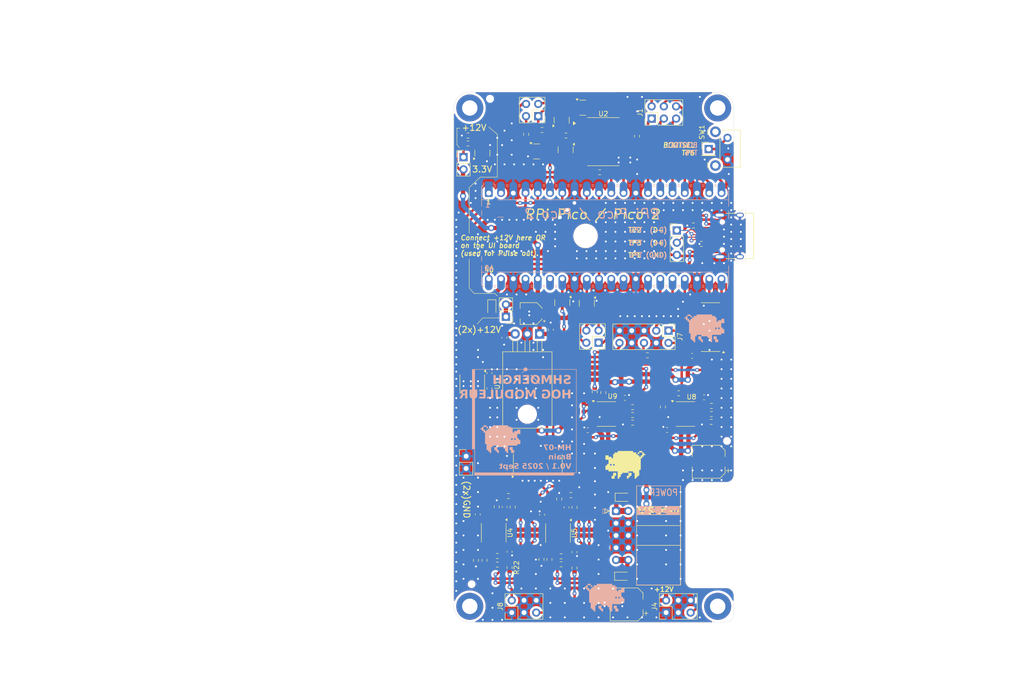
<source format=kicad_pcb>
(kicad_pcb (version 20241229) (generator "pcbnew") (generator_version "9.0")
  (layers (0 "F.Cu" signal) (2 "B.Cu" signal) (13 "F.Paste" user) (15 "B.Paste" user) (5 "F.SilkS" user "F.Silkscreen") (7 "B.SilkS" user "B.Silkscreen") (1 "F.Mask" user) (3 "B.Mask" user) (25 "Edge.Cuts" user))
  (net 0 "")
  (net 1 "GND")
  (net 2 "+12V")
  (net 3 "-12V")
  (net 4 "Net-(C10-Pad2)")
  (net 5 "Net-(U4A--)")
  (net 6 "Net-(U5A--)")
  (net 7 "Net-(C11-Pad2)")
  (net 8 "+3.3V")
  (net 9 "Net-(D2-A)")
  (net 10 "Net-(D3-K)")
  (net 11 "Net-(D4-K)")
  (net 12 "MIDI_4R")
  (net 13 "/GPIO_27")
  (net 14 "/GPIO_28")
  (net 15 "LED_1")
  (net 16 "LED_5")
  (net 17 "LED_3")
  (net 18 "LED_2")
  (net 19 "LED_4")
  (net 20 "LED_6")
  (net 21 "PULSE_IN")
  (net 22 "MIDI_5T")
  (net 23 "PULSE_OUT")
  (net 24 "BTN_LED_2")
  (net 25 "BTN_LED_1")
  (net 26 "BTN_1")
  (net 27 "BTN_2")
  (net 28 "AUDIO_CV_IN_1")
  (net 29 "AUDIO_CV_OUT_1")
  (net 30 "AUDIO_CV_OUT_2")
  (net 31 "POT_1")
  (net 32 "AUDIO_CV_IN_2")
  (net 33 "POT_2")
  (net 34 "POT_3")
  (net 35 "/MCU/UART_TX")
  (net 36 "/MCU/UART_RX")
  (net 37 "+5V")
  (net 38 "/GPIO_4")
  (net 39 "Net-(Q1-B)")
  (net 40 "Net-(Q3-B)")
  (net 41 "Net-(Q6-B)")
  (net 42 "Net-(Q6-C)")
  (net 43 "Net-(Q7-C)")
  (net 44 "/GPIO_8")
  (net 45 "/GPIO_9")
  (net 46 "Net-(R10-Pad2)")
  (net 47 "Net-(R11-Pad2)")
  (net 48 "Net-(U4B--)")
  (net 49 "Net-(U5B-+)")
  (net 50 "Net-(U5B--)")
  (net 51 "Net-(U7-A)")
  (net 52 "Net-(U7-B)")
  (net 53 "Net-(U4B-+)")
  (net 54 "Net-(R20-Pad2)")
  (net 55 "Net-(R21-Pad2)")
  (net 56 "Net-(U8A--)")
  (net 57 "Net-(U9A--)")
  (net 58 "Net-(R28-Pad2)")
  (net 59 "Net-(R29-Pad2)")
  (net 60 "Net-(U8B--)")
  (net 61 "Net-(U9B--)")
  (net 62 "Net-(R32-Pad2)")
  (net 63 "Net-(R33-Pad2)")
  (net 67 "/GPIO_7")
  (net 68 "/GPIO_5")
  (net 71 "/GPIO_3")
  (net 72 "/GPIO_2")
  (net 75 "/GPIO_26")
  (net 76 "/GPIO_6")
  (net 77 "/GPIO_17")
  (net 80 "/GPIO_16")
  (net 83 "Net-(U4A-+)")
  (net 84 "Net-(U5A-+)")
  (net 85 "Net-(D1-A)")
  (net 87 "Net-(J11-Pin_1)")
  (net 88 "Net-(J13-Pin_3)")
  (net 89 "Net-(U3-VBUS)")
  (net 90 "Net-(J_USB_C_EXTENSION1-CC1)")
  (net 92 "Net-(J_USB_C_EXTENSION1-CC2)")
  (net 94 "/MCU/USBC_P")
  (net 95 "/MCU/USBC_N")
  (footprint "Resistor_SMD:R_0603_1608Metric" (layer "F.Cu") (at 154.988 106.357 -90)
    (property "Reference" "R26")
    (property "Value" "100k")
  )
  (footprint "Capacitor_SMD:C_0603_1608Metric" (layer "F.Cu") (at 135.557 139.375 -90)
    (property "Reference" "C6")
    (property "Value" "100n")
  )
  (footprint "Connector_PinHeader_2.54mm:PinHeader_2x02_P2.54mm_Vertical" (layer "F.Cu") (at 141.5 49 180)
    (property "Reference" "J2")
    (property "Value" "Conn_02x02_Odd_Even")
  )
  (footprint "Resistor_SMD:R_0603_1608Metric" (layer "F.Cu") (at 161.973 53.144 90)
    (property "Reference" "R7")
    (property "Value" "10k")
  )
  (footprint "Package_SO:SOIC-8_3.9x4.9mm_P1.27mm" (layer "F.Cu") (at 172.0182 110.802)
    (property "Reference" "U8")
    (property "Value" "TL072")
  )
  (footprint "Resistor_SMD:R_0603_1608Metric" (layer "F.Cu") (at 146.225 141.979)
    (property "Reference" "R18")
    (property "Value" "100k")
  )
  (footprint "Capacitor_SMD:C_0603_1608Metric" (layer "F.Cu") (at 149.019 139.439 -90)
    (property "Reference" "C8")
    (property "Value" "100n")
  )
  (footprint "Capacitor_SMD:C_0603_1608Metric" (layer "F.Cu") (at 131.366 102.306 90)
    (property "Reference" "C17")
    (property "Value" "100n")
  )
  (footprint "Resistor_SMD:R_0603_1608Metric" (layer "F.Cu") (at 148.257 127.628)
    (property "Reference" "R11")
    (property "Value" "68k")
  )
  (footprint "Resistor_SMD:R_0603_1608Metric" (layer "F.Cu") (at 132.89 130.041 -90)
    (property "Reference" "R8")
    (property "Value" "47k")
  )
  (footprint "Capacitor_SMD:C_0603_1608Metric" (layer "F.Cu") (at 175.879 107.3476)
    (property "Reference" "C12")
    (property "Value" "100n")
  )
  (footprint "Connector_PinHeader_2.54mm:PinHeader_1x02_P2.54mm_Vertical" (layer "F.Cu") (at 126 57.5)
    (property "Reference" "J10")
    (property "Value" "Conn_01x02")
  )
  (footprint "Resistor_SMD:R_0603_1608Metric" (layer "F.Cu") (at 177.3522 112.4276 180)
    (property "Reference" "R30")
    (property "Value" "100k")
  )
  (footprint "Connector_USB:USB_C_Receptacle_HRO_TYPE-C-31-M-12" (layer "F.Cu") (at 182.259 73.847 90)
    (property "Reference" "J_USB_C_EXTENSION1")
    (property "Value" "USB_C_Receptacle_USB2.0_16P")
  )
  (footprint "Connector_PinHeader_2.54mm:PinHeader_2x03_P2.54mm_Vertical" (layer "F.Cu") (at 168 152 90)
    (property "Reference" "J4")
    (property "Value" "Conn_02x03_Odd_Even")
  )
  (footprint "Package_TO_SOT_SMD:SOT-23" (layer "F.Cu") (at 146.352 49.842 90)
    (property "Reference" "Q6")
    (property "Value" "MMBT3904")
  )
  (footprint "Resistor_SMD:R_0603_1608Metric" (layer "F.Cu") (at 149.019 142.741 -90)
    (property "Reference" "R23")
    (property "Value" "1k")
  )
  (footprint "Resistor_SMD:R_0603_1608Metric" (layer "F.Cu") (at 161.0588 112.58 180)
    (property "Reference" "R31")
    (property "Value" "100k")
  )
  (footprint "Resistor_SMD:R_0603_1608Metric" (layer "F.Cu") (at 150.9496 109.4812 90)
    (property "Reference" "R29")
    (property "Value" "33k")
  )
  (footprint "Connector_PinHeader_2.54mm:PinHeader_1x02_P2.54mm_Vertical" (layer "F.Cu") (at 134.795 90.614 180)
    (property "Reference" "J9")
    (property "Value" "Conn_01x02")
  )
  (footprint "Resistor_SMD:R_0603_1608Metric" (layer "F.Cu") (at 177.403 109.1256)
    (property "Reference" "R34")
    (property "Value" "1k")
  )
  (footprint "MountingHole:MountingHole_3.2mm_M3_DIN965_Pad" (layer "F.Cu") (at 178.7 150.7)
    (property "Reference" "H2")
    (property "Value" "MountingHole")
  )
  (footprint "Package_SO:SOIC-8_3.9x4.9mm_P1.27mm" (layer "F.Cu") (at 155.6232 110.802)
    (property "Reference" "U9")
    (property "Value" "TL072")
  )
  (footprint "Resistor_SMD:R_0603_1608Metric" (layer "F.Cu") (at 167.3446 109.3288 90)
    (property "Reference" "R28")
    (property "Value" "33k")
  )
  (footprint "Capacitor_SMD:CP_Elec_6.3x7.7" (layer "F.Cu") (at 159.814 150.299 180)
    (property "Reference" "C4")
    (property "Value" "100u")
  )
  (footprint "Capacitor_SMD:C_0603_1608Metric" (layer "F.Cu") (at 128.953 131.628 -90)
    (property "Reference" "C7")
    (property "Value" "100n")
  )
  (footprint "Button_Switch_THT:SW_Tactile_SKHH_Angled" (layer "F.Cu") (at 180.733 53.49 -90)
    (property "Reference" "SW1")
    (property "Value" "SW_SPST")
  )
  (footprint "MountingHole:MountingHole_3.2mm_M3_DIN965_Pad" (layer "F.Cu") (at 127.3 47.3)
    (property "Reference" "H1")
    (property "Value" "MountingHole")
  )
  (footprint "Resistor_SMD:R_0603_1608Metric" (layer "F.Cu") (at 164.132 98.61)
    (property "Reference" "R25")
    (property "Value" "120k")
  )
  (footprint "Connector_PinHeader_2.54mm:PinHeader_2x05_P2.54mm_Vertical" (layer "F.Cu") (at 168.5 93.5 -90)
    (property "Reference" "J7")
    (property "Value" "Conn_02x05_Odd_Even")
  )
  (footprint "Resistor_SMD:R_0603_1608Metric" (layer "F.Cu") (at 128.572 141.153 90)
    (property "Reference" "R16")
    (property "Value" "100k")
  )
  (footprint "Capacitor_SMD:CP_Elec_4x5.4" (layer "F.Cu") (at 140.002 89.9486 180)
    (property "Reference" "C1")
    (property "Value" "10u")
  )
  (footprint "Capacitor_SMD:C_0603_1608Metric" (layer "F.Cu") (at 173.403 98.737 180)
    (property "Reference" "C16")
    (property "Value" "100n")
  )
  (footprint "Capacitor_SMD:C_0603_1608Metric" (layer "F.Cu") (at 168.2082 114.104)
    (property "Reference" "C13")
    (property "Value" "100n")
  )
  (footprint "Resistor_SMD:R_0603_1608Metric" (layer "F.Cu") (at 133.017 140.264)
    (property "Reference" "R20")
    (property "Value" "100k")
  )
  (footprint "Resistor_SMD:R_0603_1608Metric" (layer "F.Cu") (at 175.308 75.496 180)
    (property "Reference" "R36")
    (property "Value" "5.1k")
  )
  (footprint "MountingHole:ToolingHole_1.152mm" (layer "F.Cu") (at 180.642 116.39)
    (property "Reference" "REF**" (hide yes))
    (property "Value" "ToolingHole_1.152mm")
  )
  (footprint "Connector_PinHeader_2.54mm:PinHeader_2x03_P2.54mm_Vertical" (layer "F.Cu") (at 165 49.5 90)
    (property "Reference" "J1")
    (property "Value" "Conn_02x03_Odd_Even")
  )
  (footprint "Resistor_SMD:R_0603_1608Metric" (layer "F.Cu") (at 145.844 128.453 -90)
    (property "Reference" "R9")
    (property "Value" "47k")
  )
  (footprint "Resistor_SMD:R_0603_1608Metric" (layer "F.Cu") (at 133.017 142.044)
    (property "Reference" "R19")
    (property "Value" "100k")
  )
  (footprint "Resistor_SMD:R_0603_1608Metric" (layer "F.Cu") (at 161.0588 111.0052 180)
    (property "Reference" "R33")
    (property "Value" "100k")
  )
  (footprint "Capacitor_SMD:C_0603_1608Metric" (layer "F.Cu") (at 142.288 131.692 -90)
    (property "Reference" "C9")
    (property "Value" "100n")
  )
  (footprint "Package_TO_SOT_SMD:SOT-23" (layer "F.Cu") (at 151.559 87.815 -90)
    (property "Reference" "D5")
    (property "Value" "BAT54S")
  )
  (footprint "Package_SO:SOP-8_6.605x9.655mm_P2.54mm" (layer "F.Cu") (at 154.9915 54.287)
    (property "Reference" "U2")
    (property "Value" "6N137")
  )
  (footprint "Resistor_SMD:R_0603_1608Metric" (layer "F.Cu") (at 126.921 53.017)
    (property "Reference" "R4")
    (property "Value" "7.5k")
  )
  (footprint "Connector_PinHeader_2.54mm:PinHeader_1x02_P2.54mm_Vertical" (layer "F.Cu") (at 126.54 119.56)
    (property "Reference" "J5")
    (property "Value" "Conn_01x02")
  )
  (footprint "Resistor_SMD:R_0603_1608Metric" (layer "F.Cu") (at 147.241 53.017)
    (property "Reference" "R5")
    (property "Value" "2.2k")
  )
  (footprint "Resistor_SMD:R_0603_1608Metric" (layer "F.Cu") (at 135.303 127.818)
    (property "Reference" "R10")
    (property "Value" "68k")
  )
  (footprint "Package_SO:SOIC-16_3.9x9.9mm_P1.27mm" (layer "F.Cu") (at 141.399 121.089 90)
    (property "Reference" "U7" (hide yes))
    (property "Value" "74HC4053B")
  )
  (footprint "Package_TO_SOT_SMD:SOT-23" (layer "F.Cu") (at 141.145 56.319)
    (property "Reference" "Q1")
    (property "Value" "MMBT3904")
  )
  (footprint "Package_SO:SOIC-8_3.9x4.9mm_P1.27mm" (layer "F.Cu") (at 132.255 135.438 -90)
    (property "Reference" "U4")
    (property "Value" "TL072")
  )
  (footprint "Resistor_SMD:R_0603_1608Metric" (layer "F.Cu") (at 170.609 106.484)
    (property "Reference" "R24")
    (property "Value" "100k")
  )
  (footprint "Resistor_SMD:R_0603_1608Metric" (layer "F.Cu") (at 142.288 51.874)
    (property "Reference" "R6")
    (property "Value" "120")
  )
  (footprint "Shmoergh_Logo:Gyeszno" (layer "F.Cu") (at 159.56 121.343)
    (property "Reference" "G***" (hide yes))
    (property "Value" "LOGO" (hide yes))
  )
  (footprint "Capacitor_SMD:C_0603_1608Metric_Pad1.08x0.95mm_HandSolder" (layer "F.Cu") (at 144.1168 93.3014 90)
    (property "Reference" "C2")
    (property "Value" "330n")
  )
  (footprint "Capacitor_SMD:C_0603_1608Metric" (layer "F.Cu") (at 147.368 130.168 -90)
    (property "Reference" "C11")
    (property "Value" "22p")
  )
  (footprint "Package_TO_SOT_THT:TO-220-3_Horizontal_TabDown" (layer "F.Cu") (at 141.78 94.1806 180)
    (property "Reference" "U1")
    (property "Value" "LM7805_TO220")
  )
  (footprint "Resistor_SMD:R_0603_1608Metric" (layer "F.Cu") (at 130.35 141.153 90)
    (property "Reference" "R14")
    (property "Value" "100k")
  )
  (footprint "Connector_PinHeader_2.54mm:PinHeader_2x02_P2.54mm_Vertical" (layer "F.Cu") (at 154 96 180)
    (property "Reference" "J3")
    (property "Value" "Conn_02x02_Odd_Even")
  )
  (footprint "Package_TO_SOT_SMD:SOT-23" (layer "F.Cu") (at 147.175 55.9865 -90)
    (property "Reference" "Q7")
    (property "Value" "MMBT3904")
  )
  (footprint "Connector_PinHeader_2.54mm:PinHeader_1x03_P2.54mm_Vertical" (layer "F.Cu") (at 170.228 72.702)
    (property "Reference" "J13")
    (property "Value" "Conn_01x03")
  )
  (footprint "Diode_SMD:D_SOD-323" (layer "F.Cu") (at 131.874 88.704 -90)
    (property "Reference" "D1")
    (property "Value" "1N5817")
  )
  (footprint "Package_TO_SOT_SMD:SOT-23" (layer "F.Cu") (at 146.479 87.688 -90)
    (property "Reference" "D6" (hide yes))
    (property "Value" "BAT54S")
  )
  (footprint "Resistor_SMD:R_0603_1608Metric" (layer "F.Cu") (at 154.226 60.637 180)
    (property "Reference" "R2")
    (property "Value" "100k")
  )
  (footprint "Package_SO:SOIC-8_3.9x4.9mm_P1.27mm" (layer "F.Cu") (at 127.81 104.592 -90)
    (property "Reference" "U6" (hide yes))
    (property "Value" "MCP4822")
  )
  (footprint "Resistor_SMD:R_0603_1608Metric" (layer "F.Cu") (at 126.921 54.668 180)
    (property "Reference" "R3")
    (property "Value" "10k")
  )
  (footprint "Resistor_SMD:R_0603_1608Metric" (layer "F.Cu") (at 153.21 106.23 -90)
    (property "Reference" "R27")
    (property "Value" "120k")
  )
  (footprint "Resistor_SMD:R_0603_1608Metric" (layer "F.Cu") (at 177.403 110.802 180)
    (property "Reference" "R32")
    (property "Value" "100k")
  )
  (footprint "MountingHole:MountingHole_3.2mm_M3_DIN965_Pad" (layer "F.Cu") (at 178.7 47.3)
    (property "Reference" "H4")
    (property "Value" "MountingHole")
  )
  (footprint "Resistor_SMD:R_0603_1608Metric" (layer "F.Cu") (at 143.812 140.963 90)
    (property "Reference" "R15")
    (property "Value" "100k")
  )
  (footprint "MountingHole:ToolingHole_1.152mm" (layer "F.Cu") (at 127.683 146.108)
    (property "Reference" "REF**" (hide yes))
    (property "Value" "ToolingHole_1.152mm")
  )
  (footprint "Resistor_SMD:R_0603_1608Metric" (layer "F.Cu") (at 136.192 130.104 -90)
    (property "Reference" "R12")
    (property "Value" "1k")
  )
  (footprint "Capacitor_SMD:C_0603_1608Metric" (layer "F.Cu") (at 131.366 105.468 -90)
    (property "Reference" "C18")
    (property "Value" "10u")
  )
  (footprint "Package_SO:SOIC-8_3.9x4.9mm_P1.27mm" (layer "F.Cu") (at 145.59 135.502 -90)
    (property "Reference" "U5")
    (property "Value" "TL072")
  )
  (footprint "Package_SO:SOIC-16_3.9x9.9mm_P1.27mm" (layer "F.Cu") (at 177.213 92.768 180)
    (property "Reference" "U10" (hide yes))
    (property "Value" "74HC4051")
  )
  (footprint "Capacitor_SMD:C_0603_1608Metric" (layer "F.Cu") (at 151.7624 114.1548)
    (property "Reference" "C15")
    (property "Value" "100n")
  )
  (footprint "Connector_IDC:IDC-Header_2x05_P2.54mm_Horizontal" (layer "F.Cu") (at 157.6245 130.92)
    (property "Reference" "J6")
    (property "Value" "Conn_02x05_Odd_Even")
  )
  (footprint "MountingHole:ToolingHole_1.152mm" (layer "F.Cu") (at 131.493 45.397)
    (property "Reference" "REF**" (hide yes))
    (property "Value" "ToolingHole_1.152mm")
  )
  (footprint "Resistor_SMD:R_0603_1608Metric" (layer "F.Cu") (at 146.225 140.328)
    (property "Reference" "R21")
    (property "Value" "100k")
  )
  (footprint "Resistor_SMD:R_0603_1608Metric" (layer "F.Cu") (at 161.0588 109.3796)
    (property "Reference" "R35")
    (property "Value" "1k")
  )
  (footprint "Connector_PinHeader_2.54mm:PinHeader_1x01_P2.54mm_Vertical" (layer "F.Cu") (at 176.832 55.811)
    (property "Reference" "J11")
    (property "Value" "Conn_01x01")
  )
  (footprint "Resistor_SMD:R_0603_1608Metric" (layer "F.Cu") (at 138.986 52.763 -90)
    (property "Reference" "R1")
    (property "Value" "100k")
  )
  (footprint "MountingHole:MountingHole_3.2mm_M3_DIN965_Pad" (layer "F.Cu") (at 127.3 150.7)
    (property "Reference" "H3")
    (property "Value" "MountingHole")
  )
  (footprint "Resistor_SMD:R_0603_1608Metric" (layer "F.Cu") (at 173.657 71.686 180)
    (property "Reference" "R37")
    (property "Value" "5.1k")
  )
  (footprint "Resistor_SMD:R_0603_1608Metric" (layer "F.Cu") (at 149.019 130.168 -90)
    (property "Reference" "R13")
    (property "Value" "1k")
  )
  (footprint "Connector_PinHeader_2.54mm:PinHeader_2x03_P2.54mm_Vertical" (layer "F.Cu") (at 136 152 90)
    (property "Reference" "J8")
    (property "Value" "Conn_02x03_Odd_Even")
  )
  (footprint "Capacitor_SMD:C_0603_1608Metric" (layer "F.Cu") (at 134.541 130.091 -90)
    (property "Reference" "C10")
    (property "Value" "22p")
  )
  (footprint "Diode_SMD:D_SOD-323" (layer "F.Cu") (at 158.925 144.457)
    (property "Reference" "D2")
    (property "Value" "1N5817")
  )
  (footprint "Resistor_SMD:R_0603_1608Metric" (layer "F.Cu") (at 142.161 140.963 90)
    (property "Reference" "R17")
    (property "Value" "100k")
  )
  (footprint "Capacitor_SMD:CP_Elec_6.3x7.7" (layer "F.Cu") (at 176.832 120.708 180)
    (property "Reference" "C5")
    (property "Value" "100u")
  )
  (footprint "Capacitor_SMD:C_0603_1608Metric" (layer "F.Cu") (at 159.484 107.4492)
    (property "Reference" "C14")
    (property "Value" "100n")
  )
  (footprint "Capacitor_SMD:C_0603_1608Metric" (layer "F.Cu") (at 134.4648 94.9778 -90)
    (property "Reference" "C3")
    (property "Value" "100n")
  )
  (footprint "Diode_SMD:D_SOD-323" (layer "F.Cu") (at 159.052 128.074)
    (property "Reference" "D3")
    (property "Value" "1N5817")
  )
  (footprint "Package_TO_SOT_SMD:SOT-23" (layer "F.Cu") (at 150.7185 47.236)
    (property "Reference" "D4")
    (property "Value" "BAT54W")
  )
  (footprint "Package_TO_SOT_SMD:SOT-23" (layer "F.Cu") (at 129.903 56.6515 90)
    (property "Reference" "Q3")
    (property "Value" "MMBT3904")
  )
  (footprint "Resistor_SMD:R_0603_1608Metric" (layer "F.Cu") (at 135.557 142.677 -90)
    (property "Reference" "R22")
    (property "Value" "1k")
  )
  (footprint "Shmoergh_Logo:Gyeszno" (layer "B.Cu") (at 133.652 116.009 180)
    (property "Reference" "G***" (hide yes))
    (property "Value" "LOGO" (hide yes))
  )
  (footprint "Module:RaspberryPi_Pico_Common_Unspecified" (layer "B.Cu") (at 155.369 73.845 -90)
    (property "Reference" "U3" (hide yes))
    (property "Value" "Pico")
  )
  (footprint "Shmoergh_Logo:Gyeszno" (layer "B.Cu") (at 175.943 93.022 180)
    (property "Reference" "G***" (hide yes))
    (property "Value" "LOGO" (hide yes))
  )
  (footprint "Shmoergh_Logo:Gyeszno" (layer "B.Cu") (at 155.242 148.902 180)
    (property "Reference" "G***" (hide yes))
    (property "Value" "LOGO" (hide yes))
  )
  (gr_line (start 124.635 54.922) (end 125.143 55.557) (stroke (width 0.1)) (layer "F.SilkS"))
  (gr_line (start 133.398 90.863) (end 129.969 90.863) (stroke (width 0.1)) (layer "F.SilkS"))
  (gr_line (start 133.017 86.291) (end 132.509 85.783) (stroke (width 0.1)) (layer "F.SilkS"))
  (gr_line (start 128.191 85.783) (end 127.175 84.64) (stroke (width 0.1)) (layer "F.SilkS"))
  (gr_line (start 129.461 61.653) (end 133.017 61.653) (stroke (width 0.1)) (layer "F.SilkS"))
  (gr_line (start 127.175 73.337) (end 127.175 63.812) (stroke (width 0.1)) (layer "F.SilkS"))
  (gr_line (start 129.969 90.863) (end 128.826 92.133) (stroke (width 0.1)) (layer "F.SilkS"))
  (gr_line (start 127.175 63.812) (end 129.461 61.653) (stroke (width 0.1)) (layer "F.SilkS"))
  (gr_line (start 127.175 84.64) (end 127.175 78.671) (stroke (width 0.1)) (layer "F.SilkS"))
  (gr_line (start 124.635 51.493) (end 124.635 54.922) (stroke (width 0.1)) (layer "F.SilkS"))
  (gr_line (start 133.017 61.653) (end 133.017 52.763) (stroke (width 0.1)) (layer "F.SilkS"))
  (gr_line (start 132.509 85.783) (end 128.191 85.783) (stroke (width 0.1)) (layer "F.SilkS"))
  (gr_line (start 133.017 52.763) (end 131.239 51.239) (stroke (width 0.1)) (layer "F.SilkS"))
  (gr_line (start 125.27 51.493) (end 124.635 51.493) (stroke (width 0.1)) (layer "F.SilkS"))
  (gr_rect (start 161.925 125.713) (end 170.942 146.287) (stroke (width 0.1)) (fill no) (layer "B.SilkS"))
  (gr_line (start 138.109 102.281) (end 138.859 101.531) (stroke (width 0.1)) (layer "B.SilkS"))
  (gr_rect (start 128.286 122.998) (end 148.892 123.498) (stroke (width 0.1)) (fill yes) (layer "B.SilkS"))
  (gr_line (start 154.861 130.487) (end 155.877 130.995) (stroke (width 0.1)) (layer "B.SilkS"))
  (gr_line (start 154.861 131.503) (end 154.861 130.487) (stroke (width 0.1)) (layer "B.SilkS"))
  (gr_circle (center 138.859 101.531) (end 138.609 101.281) (stroke (width 0.1)) (fill yes) (layer "B.SilkS"))
  (gr_rect (start 128.318 101.531) (end 149.4 122.989) (stroke (width 0.1)) (fill no) (layer "B.SilkS"))
  (gr_rect (start 127.818 101.531) (end 128.318 118.031) (stroke (width 0.1)) (fill yes) (layer "B.SilkS"))
  (gr_line (start 155.877 130.995) (end 154.861 131.503) (stroke (width 0.1)) (layer "B.SilkS"))
  (gr_line (start 173.5 124.92) (end 180.5 124.92) (stroke (width 0.05)) (layer "Edge.Cuts"))
  (gr_line (start 173.5 146.92) (end 180.5 146.92) (stroke (width 0.05)) (layer "Edge.Cuts"))
  (gr_arc (start 178.7 44) (mid 181.033452 44.966548) (end 182 47.3) (stroke (width 0.05)) (layer "Edge.Cuts"))
  (gr_arc (start 172 126.42) (mid 172.43934 125.35934) (end 173.5 124.92) (stroke (width 0.05)) (layer "Edge.Cuts"))
  (gr_line (start 127.3 44) (end 178.7 44) (stroke (width 0.05)) (layer "Edge.Cuts"))
  (gr_line (start 172 145.42) (end 172 126.42) (stroke (width 0.05)) (layer "Edge.Cuts"))
  (gr_arc (start 127.3 154) (mid 124.966548 153.033452) (end 124 150.7) (stroke (width 0.05)) (layer "Edge.Cuts"))
  (gr_line (start 180.5 154) (end 127.3 154) (stroke (width 0.05)) (layer "Edge.Cuts"))
  (gr_line (start 182 123.42) (end 182 79) (stroke (width 0.05)) (layer "Edge.Cuts"))
  (gr_circle (center 151.305 73.845) (end 153.845 73.845) (stroke (width 0.05)) (fill no) (layer "Edge.Cuts"))
  (gr_line (start 182 79) (end 184.5 79) (stroke (width 0.05)) (layer "Edge.Cuts"))
  (gr_arc (start 124 47.3) (mid 124.966548 44.966548) (end 127.3 44) (stroke (width 0.05)) (layer "Edge.Cuts"))
  (gr_arc (start 182 152.5) (mid 181.56066 153.56066) (end 180.5 154) (stroke (width 0.05)) (layer "Edge.Cuts"))
  (gr_line (start 124 150.7) (end 124 47.3) (stroke (width 0.05)) (layer "Edge.Cuts"))
  (gr_arc (start 180.5 146.92) (mid 181.56066 147.35934) (end 182 148.42) (stroke (width 0.05)) (layer "Edge.Cuts"))
  (gr_line (start 182 68.5) (end 184.5 68.5) (stroke (width 0.05)) (layer "Edge.Cuts"))
  (gr_line (start 182 68.5) (end 182 47.3) (stroke (width 0.05)) (layer "Edge.Cuts"))
  (gr_arc (start 173.5 146.92) (mid 172.43934 146.48066) (end 172 145.42) (stroke (width 0.05)) (layer "Edge.Cuts"))
  (gr_line (start 182 148.42) (end 182 152.5) (stroke (width 0.05)) (layer "Edge.Cuts"))
  (gr_arc (start 182 123.42) (mid 181.56066 124.48066) (end 180.5 124.92) (stroke (width 0.05)) (layer "Edge.Cuts"))
  (gr_line (start 184.5 68.5) (end 184.5 79) (stroke (width 0.05)) (layer "Edge.Cuts"))
  (gr_text "(2x)+12V" (at 124.635 94.038 0) (layer "F.SilkS") (effects (font (size 1.27 1.27) (thickness 0.2) (bold yes)) (justify left bottom)))
  (gr_text "+12V" (at 125.524 52.128 0) (layer "F.SilkS") (effects (font (size 1.27 1.27) (thickness 0.2) (bold yes)) (justify left bottom)))
  (gr_text "TP1" (at 162.989 78.417 0) (layer "F.SilkS") (effects (font (size 1 1) (thickness 0.2) (bold yes)) (justify right bottom)))
  (gr_text "3.3V" (at 127.683 60.764 0) (layer "F.SilkS") (effects (font (size 1.27 1.27) (thickness 0.2) (bold yes)) (justify left bottom)))
  (gr_text "TP3" (at 162.989 75.877 0) (layer "F.SilkS") (effects (font (size 1 1) (thickness 0.2) (bold yes)) (justify right bottom)))
  (gr_text "(D-)" (at 168.323 73.21 0) (layer "F.SilkS") (effects (font (size 1 1) (thickness 0.2) (bold yes)) (justify right bottom)))
  (gr_text "-12V" (at 161.592 131.63 0) (layer "F.SilkS" knockout) (effects (font (size 1.25 2.25) (thickness 0.25) (bold yes)) (justify left bottom)))
  (gr_text "TP2" (at 162.989 73.21 0) (layer "F.SilkS") (effects (font (size 1 1) (thickness 0.2) (bold yes)) (justify right bottom)))
  (gr_text "BOOTSEL\nTP6" (at 174.038 57.208 0) (layer "F.SilkS") (effects (font (size 1 1) (thickness 0.2) (bold yes) (italic yes)) (justify right bottom)))
  (gr_text "(2x)GND" (at 125.905 124.518 270) (layer "F.SilkS") (effects (font (size 1.27 1.27) (thickness 0.2) (bold yes)) (justify left bottom)))
  (gr_text "(GND)" (at 168.323 78.417 0) (layer "F.SilkS") (effects (font (size 1 1) (thickness 0.2) (bold yes)) (justify right bottom)))
  (gr_text "Connect +12V here OR\non the UI board \n(used for Pulse out)." (at 125.27 78.036 0) (layer "F.SilkS") (effects (font (size 1 1) (thickness 0.2) (bold yes) (italic yes)) (justify left bottom)))
  (gr_text "40" (at 130.223 81.465 0) (layer "F.SilkS") (effects (font (size 1 1) (thickness 0.2) (bold yes)) (justify left bottom)))
  (gr_text "RPi Pico / Pico 2" (at 138.605 70.543 0) (layer "F.SilkS") (effects (font (size 2 2) (thickness 0.25) (italic yes)) (justify left bottom)))
  (gr_text "(D+)" (at 168.323 75.877 0) (layer "F.SilkS") (effects (font (size 1 1) (thickness 0.2) (bold yes)) (justify right bottom)))
  (gr_text "1" (at 130.604 67.368 0) (layer "F.SilkS") (effects (font (size 1 1) (thickness 0.2) (bold yes)) (justify left bottom)))
  (gr_text "+12V" (at 165.402 147.759 0) (layer "F.SilkS") (effects (font (size 1 1) (thickness 0.2) (bold yes)) (justify left bottom)))
  (gr_text "RPi Pico / Pico 2" (at 166.926 70.416 0) (layer "B.SilkS") (effects (font (size 2 2) (thickness 0.25) (italic yes)) (justify left bottom mirror)))
  (gr_text "TP3" (at 163.243 75.877 0) (layer "B.SilkS") (effects (font (size 1 1) (thickness 0.2) (bold yes)) (justify left bottom mirror)))
  (gr_text "SHMØERGH \nHOG MODULEUR" (at 148.384 107.876 0) (layer "B.SilkS") (effects (font (size 1.8 1.8) (thickness 0.28) (bold yes)) (justify left bottom mirror)))
  (gr_text "40" (at 132.382 81.084 0) (layer "B.SilkS") (effects (font (size 1 1) (thickness 0.2) (bold yes)) (justify left bottom mirror)))
  (gr_text "(D-)" (at 168.323 73.21 0) (layer "B.SilkS") (effects (font (size 1 1) (thickness 0.2) (bold yes)) (justify left bottom mirror)))
  (gr_text "(D+)" (at 168.323 75.877 0) (layer "B.SilkS") (effects (font (size 1 1) (thickness 0.2) (bold yes)) (justify left bottom mirror)))
  (gr_text "(GND)" (at 168.323 78.417 0) (layer "B.SilkS") (effects (font (size 1 1) (thickness 0.2) (bold yes)) (justify left bottom mirror)))
  (gr_text "POWER" (at 170.561 127.872 0) (layer "B.SilkS") (effects (font (size 1.35 1.15) (thickness 0.2) (bold yes)) (justify left bottom mirror)))
  (gr_text "-12V" (at 171.244 131.63 0) (layer "B.SilkS" knockout) (effects (font (size 1.3 2.25) (thickness 0.25) (bold yes)) (justify left bottom mirror)))
  (gr_text "BOOTSEL\nTP6" (at 174.673 57.208 0) (layer "B.SilkS") (effects (font (size 1 1) (thickness 0.2) (bold yes)) (justify left bottom mirror)))
  (gr_text "HM-07 \nBrain\nV0.1 / 2025 Sept" (at 148.384 122.354 0) (layer "B.SilkS") (effects (font (size 1.15 1.15) (thickness 0.2) (bold yes)) (justify left bottom mirror)))
  (gr_text "TP1" (at 163.243 78.417 0) (layer "B.SilkS") (effects (font (size 1 1) (thickness 0.2) (bold yes)) (justify left bottom mirror)))
  (gr_text "1" (at 131.62 68.003 0) (layer "B.SilkS") (effects (font (size 1 1) (thickness 0.2) (bold yes)) (justify left bottom mirror)))
  (gr_text "TP2" (at 163.243 73.21 0) (layer "B.SilkS") (effects (font (size 1 1) (thickness 0.2) (bold yes)) (justify left bottom mirror)))
  (segment (start 163.434 93.554) (end 163.42 93.54) (width 0.508) (layer "F.Cu") (net 1))
  (segment (start 163.434 93.843) (end 163.37 93.779) (width 0.508) (layer "F.Cu") (net 1))
  (via (at 124.5 139.5) (size 0.8) (drill 0.4) (layers "F.Cu" "B.Cu") (net 1))
  (via (at 181 61) (size 0.8) (drill 0.4) (layers "F.Cu" "B.Cu") (net 1))
  (via (at 153.25 122) (size 0.8) (drill 0.4) (layers "F.Cu" "B.Cu") (net 1))
  (via (at 144.066 91.8282) (size 0.8) (drill 0.4) (layers "F.Cu" "B.Cu") (net 1))
  (via (at 124.5 113.5) (size 0.8) (drill 0.4) (layers "F.Cu" "B.Cu") (net 1))
  (via (at 124.5 145.5) (size 0.8) (drill 0.4) (layers "F.Cu" "B.Cu") (net 1))
  (via (at 162 145) (size 0.8) (drill 0.4) (layers "F.Cu" "B.Cu") (net 1))
  (via (at 159.5 78.5) (size 0.8) (drill 0.4) (layers "F.Cu" "B.Cu") (net 1))
  (via (at 141 144) (size 0.8) (drill 0.4) (layers "F.Cu" "B.Cu") (net 1))
  (via (at 179.5 105.5) (size 0.8) (drill 0.4) (layers "F.Cu" "B.Cu") (net 1))
  (via (at 149 67) (size 1.27) (drill 0.75) (layers "F.Cu" "B.Cu") (net 1))
  (via (at 155.5 71) (size 0.8) (drill 0.4) (layers "F.Cu" "B.Cu") (net 1))
  (via (at 124.5 75) (size 0.8) (drill 0.4) (layers "F.Cu" "B.Cu") (net 1))
  (via (at 131.5 109.5) (size 0.8) (drill 0.4) (layers "F.Cu" "B.Cu") (net 1))
  (via (at 153.5 77) (size 0.8) (drill 0.4) (layers "F.Cu" "B.Cu") (net 1))
  (via (at 137 75) (size 0.8) (drill 0.4) (layers "F.Cu" "B.Cu") (net 1))
  (via (at 141.5 112) (size 0.8) (drill 0.4) (layers "F.Cu" "B.Cu") (net 1))
  (via (at 124.5 87) (size 0.8) (drill 0.4) (layers "F.Cu" "B.Cu") (net 1))
  (via (at 165.5 75) (size 0.8) (drill 0.4) (layers "F.Cu" "B.Cu") (net 1))
  (via (at 179.5 124.5) (size 0.8) (drill 0.4) (layers "F.Cu" "B.Cu") (net 1))
  (via (at 145 76) (size 0.8) (drill 0.4) (layers "F.Cu" "B.Cu") (net 1))
  (via (at 129 99) (size 0.8) (drill 0.4) (layers "F.Cu" "B.Cu") (net 1))
  (via (at 148.5 116.5) (size 0.8) (drill 0.4) (layers "F.Cu" "B.Cu") (net 1))
  (via (at 171 142) (size 0.8) (drill 0.4) (layers "F.Cu" "B.Cu") (net 1))
  (via (at 162 61) (size 0.8) (drill 0.4) (layers "F.Cu" "B.Cu") (net 1))
  (via (at 124.5 105) (size 0.8) (drill 0.4) (layers "F.Cu" "B.Cu") (net 1))
  (via (at 124.5 123.5) (size 0.8) (drill 0.4) (layers "F.Cu" "B.Cu") (net 1))
  (via (at 155.242 150.68) (size 0.8) (drill 0.4) (layers "F.Cu" "B.Cu") (net 1))
  (via (at 133 111.5) (size 0.8) (drill 0.4) (layers "F.Cu" "B.Cu") (net 1))
  (via (at 137 105.5) (size 0.8) (drill 0.4) (layers "F.Cu" "B.Cu") (net 1))
  (via (at 132 151) (size 0.8) (drill 0.4) (layers "F.Cu" "B.Cu") (net 1))
  (via (at 150 123) (size 0.8) (drill 0.4) (layers "F.Cu" "B.Cu") (net 1))
  (via (at 161.5 69) (size 0.8) (drill 0.4) (layers "F.Cu" "B.Cu") (net 1))
  (via (at 181.5 107.5) (size 0.8) (drill 0.4) (layers "F.Cu" "B.Cu") (net 1))
  (via (at 155.5 67) (size 0.8) (drill 0.4) (layers "F.Cu" "B.Cu") (net 1))
  (via (at 167.434 113.469) (size 0.8) (drill 0.4) (layers "F.Cu" "B.Cu") (net 1))
  (via (at 138 96) (size 0.8) (drill 0.4) (layers "F.Cu" "B.Cu") (net 1))
  (via (at 181.5 111.5) (size 0.8) (drill 0.4) (layers "F.Cu" "B.Cu") (net 1))
  (via (at 151.5 77) (size 0.8) (drill 0.4) (layers "F.Cu" "B.Cu") (net 1))
  (via (at 154 150) (size 0.8) (drill 0.4) (layers "F.Cu" "B.Cu") (net 1))
  (via (at 169 90.5) (size 0.8) (drill 0.4) (layers "F.Cu" "B.Cu") (net 1))
  (via (at 142.161 142.298) (size 0.8) (drill 0.4) (layers "F.Cu" "B.Cu") (net 1))
  (via (at 134 92.5) (size 0.8) (drill 0.4) (layers "F.Cu" "B.Cu") (net 1))
  (via (at 132 153.5) (size 0.8) (drill 0.4) (layers "F.Cu" "B.Cu") (net 1))
  (via (at 138.224 124.645) (size 0.8) (drill 0.4) (layers "F.Cu" "B.Cu") (net 1))
  (via (at 175.5 122.5) (size 0.8) (drill 0.4) (layers "F.Cu" "B.Cu") (net 1))
  (via (at 137 103.5) (size 0.8) (drill 0.4) (layers "F.Cu" "B.Cu") (net 1))
  (via (at 143.5 77) (size 0.8) (drill 0.4) (layers "F.Cu" "B.Cu") (net 1))
  (via (at 168 142) (size 0.8) (drill 0.4) (layers "F.Cu" "B.Cu") (net 1))
  (via (at 177.5 124.5) (size 0.8) (drill 0.4) (layers "F.Cu" "B.Cu") (net 1))
  (via (at 179.5 111.5) (size 0.8) (drill 0.4) (layers "F.Cu" "B.Cu") (net 1))
  (via (at 133 101.5) (size 0.8) (drill 0.4) (layers "F.Cu" "B.Cu") (net 1))
  (via (at 171 130) (size 0.8) (drill 0.4) (layers "F.Cu" "B.Cu") (net 1))
  (via (at 128.5 64.5) (size 0.8) (drill 0.4) (layers "F.Cu" "B.Cu") (net 1))
  (via (at 179.5 101.5) (size 0.8) (drill 0.4) (layers "F.Cu" "B.Cu") (net 1))
  (via (at 180.896 55.684) (size 0.8) (drill 0.4) (layers "F.Cu" "B.Cu") (net 1))
  (via (at 159.5 75) (size 0.8) (drill 0.4) (layers "F.Cu" "B.Cu") (net 1))
  (via (at 155.5 77) (size 0.8) (drill 0.4) (layers "F.Cu" "B.Cu") (net 1))
  (via (at 160.576 85.021) (size 0.8) (drill 0.4) (layers "F.Cu" "B.Cu") (net 1))
  (via (at 124.5 94.5) (size 0.8) (drill 0.4) (layers "F.Cu" "B.Cu") (net 1))
  (via (at 158.925 150.68) (size 0.8) (drill 0.4) (layers "F.Cu" "B.Cu") (net 1))
  (via (at 141 73) (size 0.8) (drill 0.4) (layers "F.Cu" "B.Cu") (net 1))
  (via (at 140 70.5) (size 0.8) (drill 0.4) (layers "F.Cu" "B.Cu") (net 1))
  (via (at 181.5 76) (size 0.8) (drill 0.4) (layers "F.Cu" "B.Cu") (net 1))
  (via (at 124.5 147.5) (size 0.8) (drill 0.4) (layers "F.Cu" "B.Cu") (net 1))
  (via (at 157 153) (size 0.8) (drill 0.4) (layers "F.Cu" "B.Cu") (net 1))
  (via (at 166 153) (size 0.8) (drill 0.4) (layers "F.Cu" "B.Cu") (net 1))
  (via (at 135 75) (size 0.8) (drill 0.4) (layers "F.Cu" "B.Cu") (net 1))
  (via (at 145 71.5) (size 0.8) (drill 0.4) (layers "F.Cu" "B.Cu") (net 1))
  (via (at 154.226 111.437) (size 0.8) (drill 0.4) (layers "F.Cu" "B.Cu") (net 1))
  (via (at 138.5 92) (size 0.8) (drill 0.4) (layers "F.Cu" "B.Cu") (net 1))
  (via (at 181.5 68.5) (size 0.8) (drill 0.4) (layers "F.Cu" "B.Cu") (net 1))
  (via (at 176 58) (size 0.8) (drill 0.4) (layers "F.Cu" "B.Cu") (net 1))
  (via (at 155.369 85.148) (size 0.8) (drill 0.4) (layers "F.Cu" "B.Cu") (net 1))
  (via (at 175.816 92.133) (size 0.8) (drill 0.4) (layers "F.Cu" "B.Cu") (net 1))
  (via (at 145.844 117.533) (size 0.8) (drill 0.4) (layers "F.Cu" "B.Cu") (net 1))
  (via (at 162 130) (size 0.8) (drill 0.4) (layers "F.Cu" "B.Cu") (net 1))
  (via (at 134.5 117.5) (size 0.8) (drill 0.4) (layers "F.Cu" "B.Cu") (net 1))
  (via (at 180 72.5) (size 0.8) (drill 0.4) (layers "F.Cu" "B.Cu") (net 1))
  (via (at 129 104) (size 0.8) (drill 0.4) (layers "F.Cu" "B.Cu") (net 1))
  (via (at 160 90.5) (size 0.8) (drill 0.4) (layers "F.Cu" "B.Cu") (net 1))
  (via (at 167.5 90.5) (size 0.8) (drill 0.4) (layers "F.Cu" "B.Cu") (net 1))
  (via (at 172.387 71.686) (size 0.8) (drill 0.4) (layers "F.Cu" "B.Cu") (net 1))
  (via (at 175.435 112.961) (size 0.8) (drill 0.4) (layers "F.Cu" "B.Cu") (net 1))
  (via (at 177 93.5) (size 0.8) (drill 0.4) (layers "F.Cu" "B.Cu") (net 1))
  (via (at 152.956 85.148) (size 0.8) (drill 0.4) (layers "F.Cu" "B.Cu") (net 1))
  (via (at 139.621 89.5422) (size 0.8) (drill 0.4) (layers "F.Cu" "B.Cu") (net 1))
  (via (at 140.5 96) (size 0.8) (drill 0.4) (layers "F.Cu" "B.Cu") (net 1))
  (via (at 161.5 78.5) (size 0.8) (drill 0.4) (layers "F.Cu" "B.Cu") (net 1))
  (via (at 145 74.5) (size 0.8) (drill 0.4) (layers "F.Cu" "B.Cu") (net 1))
  (via (at 181.5 79) (size 0.8) (drill 0.4) (layers "F.Cu" "B.Cu") (net 1))
  (via (at 159.052 112.961) (size 0.8) (drill 0.4) (layers "F.Cu" "B.Cu") (net 1))
  (via (at 127.5 105) (size 0.8) (drill 0.4) (layers "F.Cu" "B.Cu") (net 1))
  (via (at 125 69) (size 0.8) (drill 0.4) (layers "F.Cu" "B.Cu") (net 1))
  (via (at 179.5 107.5) (size 0.8) (drill 0.4) (layers "F.Cu" "B.Cu") (net 1))
  (via (at 136.5 59) (size 0.8) (drill 0.4) (layers "F.Cu" "B.Cu") (net 1))
  (via (at 149.5 77) (size 0.8) (drill 0.4) (layers "F.Cu" "B.Cu") (net 1))
  (via (at 160.322 106.865) (size 0.8) (drill 0.4) (layers "F.Cu" "B.Cu") (net 1))
  (via (at 155.5 75) (size 0.8) (drill 0.4) (layers "F.Cu" "B.Cu") (net 1))
  (via (at 132.5 70.5) (size 0.8) (drill 0.4) (layers "F.Cu" "B.Cu") (net 1))
  (via (at 127.5 67) (size 0.8) (drill 0.4) (layers "F.Cu" "B.Cu") (net 1))
  (via (at 167.5 68.5) (size 0.8) (drill 0.4) (layers "F.Cu" "B.Cu") (net 1))
  (via (at 163 153) (size 0.8) (drill 0.4) (layers "F.Cu" "B.Cu") (net 1))
  (via (at 144.574 124.645) (size 0.8) (drill 0.4) (layers "F.Cu" "B.Cu") (net 1))
  (via (at 157.5 75) (size 0.8) (drill 0.4) (layers "F.Cu" "B.Cu") (net 1))
  (via (at 171.5 67) (size 0.8) (drill 0.4) (layers "F.Cu" "B.Cu") (net 1))
  (via (at 157.5 67) (size 0.8) (drill 0.4) (layers "F.Cu" "B.Cu") (net 1))
  (via (at 157.5 77) (size 0.8) (drill 0.4) (layers "F.Cu" "B.Cu") (net 1))
  (via (at 154 147) (size 0.8) (drill 0.4) (layers "F.Cu" "B.Cu") (net 1))
  (via (at 177 97.5) (size 0.8) (drill 0.4) (layers "F.Cu" "B.Cu") (net 1))
  (via (at 124.5 111.5) (size 0.8) (drill 0.4) (layers "F.Cu" "B.Cu") (net 1))
  (via (at 136 57) (size 0.8) (drill 0.4) (layers "F.Cu" "B.Cu") (net 1))
  (via (at 153.25 130.25) (size 0.8) (drill 0.4) (layers "F.Cu" "B.Cu") (net 1))
  (via (at 135.5 70.5) (size 0.8) (drill 0.4) (layers "F.Cu" "B.Cu") (net 1))
  (via (at 124.5 79.5) (size 0.8) (drill 0.4) (layers "F.Cu" "B.Cu") (net 1))
  (via (at 177.5 67) (size 0.8) (drill 0.4) (layers "F.Cu" "B.Cu") (net 1))
  (via (at 125.651 53.017) (size 0.8) (drill 0.4) (layers "F.Cu" "B.Cu") (net 1))
  (via (at 151 147) (size 0.8) (drill 0.4) (layers "F.Cu" "B.Cu") (net 1))
  (via (at 151 119) (size 0.8) (drill 0.4) (layers "F.Cu" "B.Cu") (net 1))
  (via (at 150 126) (size 0.8) (drill 0.4) (layers "F.Cu" "B.Cu") (net 1))
  (via (at 141 105.5) (size 0.8) (drill 0.4) (layers "F.Cu" "B.Cu") (net 1))
  (via (at 126 145) (size 0.8) (drill 0.4) (layers "F.Cu" "B.Cu") (net 1))
  (via (at 124.5 137.5) (size 0.8) (drill 0.4) (layers "F.Cu" "B.Cu") (net 1))
  (via (at 133 113.5) (size 0.8) (drill 0.4) (layers "F.Cu" "B.Cu") (net 1))
  (via (at 127.5 104) (size 0.8) (drill 0.4) (layers "F.Cu" "B.Cu") (net 1))
  (via (at 162 58) (size 0.8) (drill 0.4) (layers "F.Cu" "B.Cu") (net 1))
  (via (at 133 117.5) (size 0.8) (drill 0.4) (layers "F.Cu" "B.Cu") (net 1))
  (via (at 179.5 103.5) (size 0.8) (drill 0.4) (layers "F.Cu" "B.Cu") (net 1))
  (via (at 134.5 52) (size 0.8) (drill 0.4) (layers "F.Cu" "B.Cu") (net 1))
  (via (at 183.5 76) (size 0.8) (drill 0.4) (layers "F.Cu" "B.Cu") (net 1))
  (via (at 179.5 122.5) (size 0.8) (drill 0.4) (layers "F.Cu" "B.Cu") (net 1))
  (via (at 176.705 106.865) (size 0.8) (drill 0.4) (layers "F.Cu" "B.Cu") (net 1))
  (via (at 179.5 113.5) (size 0.8) (drill 0.4) (layers "F.Cu" "B.Cu") (net 1))
  (via (at 165.5 73) (size 0.8) (drill 0.4) (layers "F.Cu" "B.Cu") (net 1))
  (via (at 144 153) (size 0.8) (drill 0.4) (layers "F.Cu" "B.Cu") (net 1))
  (via (at 129 105) (size 0.8) (drill 0.4) (layers "F.Cu" "B.Cu") (net 1))
  (via (at 168.45 111.437) (size 0.8) (drill 0.4) (layers "F.Cu" "B.Cu") (net 1))
  (via (at 148.5 114) (size 0.8) (drill 0.4) (layers "F.Cu" "B.Cu") (net 1))
  (via (at 157.5 71) (size 0.8) (drill 0.4) (layers "F.Cu" "B.Cu") (net 1))
  (via (at 147 150) (size 0.8) (drill 0.4) (layers "F.Cu" "B.Cu") (net 1))
  (via (at 145 73) (size 0.8) (drill 0.4) (layers "F.Cu" "B.Cu") (net 1))
  (via (at 124.5 91.5) (size 0.8) (drill 0.4) (layers "F.Cu" "B.Cu") (net 1))
  (via (at 132 148) (size 0.8) (drill 0.4) (layers "F.Cu" "B.Cu") (net 1))
  (via (at 159.5 71) (size 0.8) (drill 0.4) (layers "F.Cu" "B.Cu") (net 1))
  (via (at 151 117) (size 0.8) (drill 0.4) (layers "F.Cu" "B.Cu") (net 1))
  (via (at 133.5 77) (size 0.8) (drill 0.4) (layers "F.Cu" "B.Cu") (net 1))
  (via (at 160 153) (size 0.8) (drill 0.4) (layers "F.Cu" "B.Cu") (net 1))
  (via (at 150.289 85.275) (size 0.8) (drill 0.4) (layers "F.Cu" "B.Cu") (net 1))
  (via (at 136.5 92) (size 0.8) (drill 0.4) (layers "F.Cu" "B.Cu") (net 1))
  (via (at 158.163 57.589) (size 0.8) (drill 0.4) (layers "F.Cu" "B.Cu") (net 1))
  (via (at 130.858 58.351) (size 0.8) (drill 0.4) (layers "F.Cu" "B.Cu") (net 1))
  (via (at 133 57) (size 0.8) (drill 0.4) (layers "F.Cu" "B.Cu") (net 1))
  (via (at 138 77) (size 0.8) (drill 0.4) (layers "F.Cu" "B.Cu") (net 1))
  (via (at 126 105) (size 0.8) (drill 0.4) (layers "F.Cu" "B.Cu") (net 1))
  (via (at 142 138) (size 0.8) (drill 0.4) (layers "F.Cu" "B.Cu") (net 1))
  (via (at 160.576 57.589) (size 0.8) (drill 0.4) (layers "F.Cu" "B.Cu") (net 1))
  (via (at 159.5 69) (size 0.8) (drill 0.4) (layers "F.Cu" "B.Cu") (net 1))
  (via (at 124.5 107.5) (size 0.8) (drill 0.4) (layers "F.Cu" "B.Cu") (net 1))
  (via (at 153.5 78.5) (size 0.8) (drill 0.4) (layers "F.Cu" "B.Cu") (net 1))
  (via (at 126 130) (size 0.8) (drill 0.4) (layers "F.Cu" "B.Cu") (net 1))
  (via (at 165.5 77) (size 0.8) (drill 0.4) (layers "F.Cu" "B.Cu") (net 1))
  (via (at 163 45) (size 0.8) (drill 0.4) (layers "F.Cu" "B.Cu") (net 1))
  (via (at 126 124) (size 0.8) (drill 0.4) (layers "F.Cu" "B.Cu") (net 1))
  (via (at 143.304 124.645) (size 0.8) (drill 0.4) (layers "F.Cu" "B.Cu") (net 1))
  (via (at 175.5 79.5) (size 0.8) (drill 0.4) (layers "F.Cu" "B.Cu") (net 1))
  (via (at 155.5 78.5) (size 0.8) (drill 0.4) (layers "F.Cu" "B.Cu") (net 1))
  (via (at 147 147) (size 0.8) (drill 0.4) (layers "F.Cu" "B.Cu") (net 1))
  (via (at 148.5 119) (size 0.8) (drill 0.4) (layers "F.Cu" "B.Cu") (net 1))
  (via (at 175.5 68.5) (size 0.8) (drill 0.4) (layers "F.Cu" "B.Cu") (net 1))
  (via (at 175 153) (size 0.8) (drill 0.4) (layers "F.Cu" "B.Cu") (net 1))
  (via (at 151 106.5) (size 0.8) (drill 0.4) (layers "F.Cu" "B.Cu") (net 1))
  (via (at 173 86) (size 0.8) (drill 0.4) (layers "F.Cu" "B.Cu") (net 1))
  (via (at 181.5 71.5) (size 0.8) (drill 0.4) (layers "F.Cu" "B.Cu") (net 1))
  (via (at 139.621 90.3042) (size 0.8) (drill 0.4) (layers "F.Cu" "B.Cu") (net 1))
  (via (at 145.844 127.185) (size 0.8) (drill 0.4) (layers "F.Cu" "B.Cu") (net 1))
  (via (at 157 147) (size 0.8) (drill 0.4) (layers "F.Cu" "B.Cu") (net 1))
  (via (at 176 52) (size 0.8) (drill 0.4) (layers "F.Cu" "B.Cu") (net 1))
  (via (at 148.765 87.434) (size 0.8) (drill 0.4) (layers "F.Cu" "B.Cu") (net 1))
  (via (at 153.25 124.75) (size 0.8) (drill 0.4) (layers "F.Cu" "B.Cu") (net 1))
  (via (at 129 78) (size 0.8) (drill 0.4) (layers "F.Cu" "B.Cu") (net 1))
  (via (at 163.5 77) (size 0.8) (drill 0.4) (layers "F.Cu" "B.Cu") (net 1))
  (via (at 161.5 77) (size 0.8) (drill 0.4) (layers "F.Cu" "B.Cu") (net 1))
  (via (at 181.5 70) (size 0.8) (drill 0.4) (layers "F.Cu" "B.Cu") (net 1))
  (via (at 136 50.5) (size 0.8) (drill 0.4) (layers "F.Cu" "B.Cu") (net 1))
  (via (at 144.5 70.5) (size 0.8) (drill 0.4) (layers "F.Cu" "B.Cu") (net 1))
  (via (at 135 101.5) (size 0.8) (drill 0.4) (layers "F.Cu" "B.Cu") (net 1))
  (via (at 180 74) (size 0.8) (drill 0.4) (layers "F.Cu" "B.Cu") (net 1))
  (via (at 139 103.5) (size 0.8) (drill 0.4) (layers "F.Cu" "B.Cu") (net 1))
  (via (at 142.034 117.406) (size 0.8) (drill 0.4) (layers "F.Cu" "B.Cu") (net 1))
  (via (at 130.5 77) (size 0.8) (drill 0.4) (layers "F.Cu" "B.Cu") (net 1))
  (via (at 163.5 78.5) (size 0.8) (drill 0.4) (layers "F.Cu" "B.Cu") (net 1))
  (via (at 128.5 66) (size 0.8) (drill 0.4) (layers "F.Cu" "B.Cu") (net 1))
  (via (at 124.5 143.5) (size 0.8) (drill 0.4) (layers "F.Cu" "B.Cu") (net 1))
  (via (at 153.5 71) (size 0.8) (drill 0.4) (layers "F.Cu" "B.Cu") (net 1))
  (via (at 131.5 115.5) (size 0.8) (drill 0.4) (layers "F.Cu" "B.Cu") (net 1))
  (via (at 124.5 109.5) (size 0.8) (drill 0.4) (layers "F.Cu" "B.Cu") (net 1))
  (via (at 135 119.5) (size 0.8) (drill 0.4) (layers "F.Cu" "B.Cu") (net 1))
  (via (at 175.5 67) (size 0.8) (drill 0.4) (layers "F.Cu" "B.Cu") (net 1))
  (via (at 171.5 124.5) (size 0.8) (drill 0.4) (layers "F.Cu" "B.Cu") (net 1))
  (via (at 137 107.5) (size 0.8) (drill 0.4) (layers "F.Cu" "B.Cu") (net 1))
  (via (at 134 55) (size 0.8) (drill 0.4) (layers "F.Cu" "B.Cu") (net 1))
  (via (at 124.5 78) (size 0.8) (drill 0.4) (layers "F.Cu" "B.Cu") (net 1))
  (via (at 135 77) (size 0.8) (drill 0.4) (layers "F.Cu" "B.Cu") (net 1))
  (via (at 181.5 115.5) (size 0.8) (drill 0.4) (layers "F.Cu" "B.Cu") (net 1))
  (via (at 151 153) (size 0.8) (drill 0.4) (layers "F.Cu" "B.Cu") (net 1))
  (via (at 131.5 55) (size 0.8) (drill 0.4) (layers "F.Cu" "B.Cu") (net 1))
  (via (at 148.5 111.5) (size 0.8) (drill 0.4) (layers "F.Cu" "B.Cu") (net 1))
  (via (at 181.5 101.5) (size 0.8) (drill 0.4) (layers "F.Cu" "B.Cu") (net 1))
  (via (at 181.5 67) (size 0.8) (drill 0.4) (layers "F.Cu" "B.Cu") (net 1))
  (via (at 124.5 115.5) (size 0.8) (drill 0.4) (layers "F.Cu" "B.Cu") (net 1))
  (via (at 138.5 70.5) (size 0.8) (drill 0.4) (layers "F.Cu" "B.Cu") (net 1))
  (via (at 140.5 97.5) (size 0.8) (drill 0.4) (layers "F.Cu" "B.Cu") (net 1))
  (via (at 170.5 89) (size 0.8) (drill 0.4) (layers "F.Cu" "B.Cu") (net 1))
  (via (at 124.5 81) (size 0.8) (drill 0.4) (layers "F.Cu" "B.Cu") (net 1))
  (via (at 177.5 68.5) (size 0.8) (drill 0.4) (layers "F.Cu" "B.Cu") (net 1))
  (via (at 124.5 103.5) (size 0.8) (drill 0.4) (layers "F.Cu" "B.Cu") (net 1))
  (via (at 136.5 77) (size 0.8) (drill 0.4) (layers "F.Cu" "B.Cu") (net 1))
  (via (at 181.5 105.5) (size 0.8) (drill 0.4) (layers "F.Cu" "B.Cu") (net 1))
  (via (at 137 101.5) (size 0.8) (drill 0.4) (layers "F.Cu" "B.Cu") (net 1))
  (via (at 149.527 140.266) (size 0.8) (drill 0.4) (layers "F.Cu" "B.Cu") (net 1))
  (via (at 124.5 117.5) (size 0.8) (drill 0.4) (layers "F.Cu" "B.Cu") (net 1))
  (via (at 157.909 85.021) (size 0.8) (drill 0.4) (layers "F.Cu" "B.Cu") (net 1))
  (via (at 181.5 74.5) (size 0.8) (drill 0.4) (layers "F.Cu" "B.Cu") (net 1))
  (via (at 141 147) (size 0.8) (drill 0.4) (layers "F.Cu" "B.Cu") (net 1))
  (via (at 142.034 124.645) (size 0.8) (drill 0.4) (layers "F.Cu" "B.Cu") (net 1))
  (via (at 156 127) (size 0.8) (drill 0.4) (layers "F.Cu" "B.Cu") (net 1))
  (via (at 151.5 78.5) (size 0.8) (drill 0.4) (layers "F.Cu" "B.Cu") (net 1))
  (via (at 139.5 77) (size 0.8) (drill 0.4) (layers "F.Cu" "B.Cu") (net 1))
  (via (at 158.925 149.918) (size 0.8) (drill 0.4) (layers "F.Cu" "B.Cu") (net 1))
  (via (at 168 130) (size 0.8) (drill 0.4) (layers "F.Cu" "B.Cu") (net 1))
  (via (at 171 127) (size 0.8) (drill 0.4) (layers "F.Cu" "B.Cu") (net 1))
  (via (at 124.5 119.5) (size 0.8) (drill 0.4) (layers "F.Cu" "B.Cu") (net 1))
  (via (at 181 64) (size 0.8) (drill 0.4) (layers "F.Cu" "B.Cu") (net 1))
  (via (at 183.5 71.5) (size 0.8) (drill 0.4) (layers "F.Cu" "B.Cu") (net 1))
  (via (at 124.5 125.5) (size 0.8) (drill 0.4) (layers "F.Cu" "B.Cu") (net 1))
  (via (at 179.5 99.5) (size 0.8) (drill 0.4) (layers "F.Cu" "B.Cu") (net 1))
  (via (at 153.25 127.5) (size 0.8) (drill 0.4) (layers "F.Cu" "B.Cu") (net 1))
  (via (at 137 109.5) (size 0.8) (drill 0.4) (layers "F.Cu" "B.Cu") (net 1))
  (via (at 149.5 78.5) (size 0.8) (drill 0.4) (layers "F.Cu" "B.Cu") (net 1))
  (via (at 129 121) (size 0.8) (drill 0.4) (layers "F.Cu" "B.Cu") (net 1))
  (via (at 146 70) (size 1.27) (drill 0.75) (layers "F.Cu" "B.Cu") (net 1))
  (via (at 126 127) (size 0.8) (drill 0.4) (layers "F.Cu" "B.Cu") (net 1))
  (via (at 162 48) (size 0.8) (drill 0.4) (layers "F.Cu" "B.Cu") (net 1))
  (via (at 143 73) (size 0.8) (drill 0.4) (layers "F.Cu" "B.Cu") (net 1))
  (via (at 129 127) (size 0.8) (drill 0.4) (layers "F.Cu" "B.Cu") (net 1))
  (via (at 124.5 121.5) (size 0.8) (drill 0.4) (layers "F.Cu" "B.Cu") (net 1))
  (via (at 181.5 122.5) (size 0.8) (drill 0.4) (layers "F.Cu" "B.Cu") (net 1))
  (via (at 139 107.5) (size 0.8) (drill 0.4) (layers "F.Cu" "B.Cu") (net 1))
  (via (at 174.927 75.496) (size 0.8) (drill 0.4) (layers "F.Cu" "B.Cu") (net 1))
  (via (at 131.5 111.5) (size 0.8) (drill 0.4) (layers "F.Cu" "B.Cu") (net 1))
  (via (at 130 100) (size 0.8) (drill 0.4) (layers "F.Cu" "B.Cu") (net 1))
  (via (at 141.5 70.5) (size 0.8) (drill 0.4) (layers "F.Cu" "B.Cu") (net 1))
  (via (at 135 86) (size 0.8) (drill 0.4) (layers "F.Cu" "B.Cu") (net 1))
  (via (at 124.5 76.5) (size 0.8) (drill 0.4) (layers "F.Cu" "B.Cu") (net 1))
  (via (at 158.5 90.5) (size 0.8) (drill 0.4) (layers "F.Cu" "B.Cu") (net 1))
  (via (at 131 75) (size 0.8) (drill 0.4) (layers "F.Cu" "B.Cu") (net 1))
  (via (at 168 133) (size 0.8) (drill 0.4) (layers "F.Cu" "B.Cu") (net 1))
  (via (at 183.5 73) (size 0.8) (drill 0.4) (layers "F.Cu" "B.Cu") (net 1))
  (via (at 181.5 117.5) (size 0.8) (drill 0.4) (layers "F.Cu" "B.Cu") (net 1))
  (via (at 148.5 106.5) (size 0.8) (drill 0.4) (layers "F.Cu" "B.Cu") (net 1))
  (via (at 155.5 73) (size 0.8) (drill 0.4) (layers "F.Cu" "B.Cu") (net 1))
  (via (at 171 145) (size 0.8) (drill 0.4) (layers "F.Cu" "B.Cu") (net 1))
  (via (at 124.5 85.5) (size 0.8) (drill 0.4) (layers "F.Cu" "B.Cu") (net 1))
  (via (at 161.5 75) (size 0.8) (drill 0.4) (layers "F.Cu" "B.Cu") (net 1))
  (via (at 157.5 69) (size 0.8) (drill 0.4) (layers "F.Cu" "B.Cu") (net 1))
  (via (at 181.5 103.5) (size 0.8) (drill 0.4) (layers "F.Cu" "B.Cu") (net 1))
  (via (at 124.5 135.5) (size 0.8) (drill 0.4) (layers "F.Cu" "B.Cu") (net 1))
  (via (at 153.25 132.75) (size 0.8) (drill 0.4) (layers "F.Cu" "B.Cu") (net 1))
  (via (at 180 75.5) (size 0.8) (drill 0.4) (layers "F.Cu" "B.Cu") (net 1))
  (via (at 158.163 58.605) (size 0.8) (drill 0.4) (layers "F.Cu" "B.Cu") (net 1))
  (via (at 124.5 93) (size 0.8) (drill 0.4) (layers "F.Cu" "B.Cu") (net 1))
  (via (at 133 107.5) (size 0.8) (drill 0.4) (layers "F.Cu" "B.Cu") (net 1))
  (via (at 129 75) (size 0.8) (drill 0.4) (layers "F.Cu" "B.Cu") (net 1))
  (via (at 124.5 97.5) (size 0.8) (drill 0.4) (layers "F.Cu" "B.Cu") (net 1))
  (via (at 142.5 59) (size 0.8) (drill 0.4) (layers "F.Cu" "B.Cu") (net 1))
  (via (at 173.5 67) (size 0.8) (drill 0.4) (layers "F.Cu" "B.Cu") (net 1))
  (via (at 124.5 100.5) (size 0.8) (drill 0.4) (layers "F.Cu" "B.Cu") (net 1))
  (via (at 134 70.5) (size 0.8) (drill 0.4) (layers "F.Cu" "B.Cu") (net 1))
  (via (at 132 77) (size 0.8) (drill 0.4) (layers "F.Cu" "B.Cu") (net 1))
  (via (at 179.5 68.5) (size 0.8) (drill 0.4) (layers "F.Cu" "B.Cu") (net 1))
  (via (at 179.5 117.5) (size 0.8) (drill 0.4) (layers "F.Cu" "B.Cu") (net 1))
  (via (at 175.5 117.5) (size 0.8) (drill 0.4) (layers "F.Cu" "B.Cu") (net 1))
  (via (at 147.749 85.529) (size 0.8) (drill 0.4) (layers "F.Cu" "B.Cu") (net 1))
  (via (at 126 139) (size 0.8) (drill 0.4) (layers "F.Cu" "B.Cu") (net 1))
  (via (at 124.5 96) (size 0.8) (drill 0.4) (layers "F.Cu" "B.Cu") (net 1))
  (via (at 129 136) (size 0.8) (drill 0.4) (layers "F.Cu" "B.Cu") (net 1))
  (via (at 140.5 92) (size 0.8) (drill 0.4) (layers "F.Cu" "B.Cu") (net 1))
  (via (at 130 153.5) (size 0.8) (drill 0.4) (layers "F.Cu" "B.Cu") (net 1))
  (via (at 156 135) (size 0.8) (drill 0.4) (layers "F.Cu" "B.Cu") (net 1))
  (via (at 129 139) (size 0.8) (drill 0.4) (layers "F.Cu" "B.Cu") (net 1))
  (via (at 178 79.5) (size 0.8) (drill 0.4) (layers "F.Cu" "B.Cu") (net 1))
  (via (at 181.5 109.5) (size 0.8) (drill 0.4) (layers "F.Cu" "B.Cu") (net 1))
  (via (at 167.5 67) (size 0.8) (drill 0.4) (layers "F.Cu" "B.Cu") (net 1))
  (via (at 133 75) (size 0.8) (drill 0.4) (layers "F.Cu" "B.Cu") (net 1))
  (via (at 139 105.5) (size 0.8) (drill 0.4) (layers "F.Cu" "B.Cu") (net 1))
  (via (at 179.5 115.5) (size 0.8) (drill 0.4) (layers "F.Cu" "B.Cu") (net 1))
  (via (at 183.5 74.5) (size 0.8) (drill 0.4) (layers "F.Cu" "B.Cu") (net 1))
  (via (at 124.5 131.5) (size 0.8) (drill 0.4) (layers "F.Cu" "B.Cu") (net 1))
  (via (at 157.5 78.5) (size 0.8) (drill 0.4) (layers "F.Cu" "B.Cu") (net 1))
  (via (at 139.494 124.645) (size 0.8) (drill 0.4) (layers "F.Cu" "B.Cu") (net 1))
  (via (at 147 153) (size 0.8) (drill 0.4) (layers "F.Cu" "B.Cu") (net 1))
  (via (at 124.5 88.5) (size 0.8) (drill 0.4) (layers "F.Cu" "B.Cu") (net 1))
  (via (at 157.5 73) (size 0.8) (drill 0.4) (layers "F.Cu" "B.Cu") (net 1))
  (via (at 164.5 90.5) (size 0.8) (drill 0.4) (layers "F.Cu" "B.Cu") (net 1))
  (via (at 162 133) (size 0.8) (drill 0.4) (layers "F.Cu" "B.Cu") (net 1))
  (via (at 124.5 99) (size 0.8) (drill 0.4) (layers "F.Cu" "B.Cu") (net 1))
  (via (at 140.764 124.645) (size 0.8) (drill 0.4) (layers "F.Cu" "B.Cu") (net 1))
  (via (at 134 153.5) (size 0.8) (drill 0.4) (layers "F.Cu" "B.Cu") (net 1))
  (via (at 129 97.5) (size 0.8) (drill 0.4) (layers "F.Cu" "B.Cu") (net 1))
  (via (at 170.5 90.5) (size 0.8) (drill 0.4) (layers "F.Cu" "B.Cu") (net 1))
  (via (at 171 133) (size 0.8) (drill 0.4) (layers "F.Cu" "B.Cu") (net 1))
  (via (at 147.5 68.5) (size 1.27) (drill 0.75) (layers "F.Cu" "B.Cu") (net 1))
  (via (at 168 136) (size 0.8) (drill 0.4) (layers "F.Cu" "B.Cu") (net 1))
  (via (at 141.78 130.995) (size 0.8) (drill 0.4) (layers "F.Cu" "B.Cu") (net 1))
  (via (at 124.5 84) (size 0.8) (drill 0.4) (layers "F.Cu" "B.Cu") (net 1))
  (via (at 132.5 59) (size 0.8) (drill 0.4) (layers "F.Cu" "B.Cu") (net 1))
  (via (at 159.5 73) (size 0.8) (drill 0.4) (layers "F.Cu" "B.Cu") (net 1))
  (via (at 124.5 82.5) (size 0.8) (drill 0.4) (layers "F.Cu" "B.Cu") (net 1))
  (via (at 175.5 124.5) (size 0.8) (drill 0.4) (layers "F.Cu" "B.Cu") (net 1))
  (via (at 171 139) (size 0.8) (drill 0.4) (layers "F.Cu" "B.Cu") (net 1))
  (via (at 171.5 122.5) (size 0.8) (drill 0.4) (layers "F.Cu" "B.Cu") (net 1))
  (via (at 137 112) (size 0.8) (drill 0.4) (layers "F.Cu" "B.Cu") (net 1))
  (via (at 146.5 116.5) (size 0.8) (drill 0.4) (layers "F.Cu" "B.Cu") (net 1))
  (via (at 139.367 57.335) (size 0.8) (drill 0.4) (layers "F.Cu" "B.Cu") (net 1))
  (via (at 129 130) (size 0.8) (drill 0.4) (layers "F.Cu" "B.Cu") (net 1))
  (via (at 124.5 127.5) (size 0.8) (drill 0.4) (layers "F.Cu" "B.Cu") (net 1))
  (via (at 163.5 75) (size 0.8) (drill 0.4) (layers "F.Cu" "B.Cu") (net 1))
  (via (at 175.816 88.323) (size 0.8) (drill 0.4) (layers "F.Cu" "B.Cu") (net 1))
  (via (at 163.5 73) (size 0.8) (drill 0.4) (layers "F.Cu" "B.Cu") (net 1))
  (via (at 129 124) (size 0.8) (drill 0.4) (layers "F.Cu" "B.Cu") (net 1))
  (via (at 139 86) (size 0.8) (drill 0.4) (layers "F.Cu" "B.Cu") (net 1))
  (via (at 155.5 69) (size 0.8) (drill 0.4) (layers "F.Cu" "B.Cu") (net 1))
  (via (at 169.5 67) (size 0.8) (drill 0.4) (layers "F.Cu" "B.Cu") (net 1))
  (via (at 134.5 59) (size 0.8) (drill 0.4) (layers "F.Cu" "B.Cu") (net 1))
  (via (at 171.5 87.5) (size 0.8) (drill 0.4) (layers "F.Cu" "B.Cu") (net 1))
  (via (at 165.5 67) (size 0.8) (drill 0.4) (layers "F.Cu" "B.Cu") (net 1))
  (via (at 175 45) (size 0.8) (drill 0.4) (layers "F.Cu" "B.Cu") (net 1))
  (via (at 142.5 97.5) (size 0.8) (drill 0.4) (layers "F.Cu" "B.Cu") (net 1))
  (via (at 129 76.5) (size 0.8) (drill 0.4) (layers "F.Cu" "B.Cu") (net 1))
  (via (at 154 141) (size 0.8) (drill 0.4) (layers "F.Cu" "B.Cu") (net 1))
  (via (at 181.5 99.5) (size 0.8) (drill 0.4) (layers "F.Cu" "B.Cu") (net 1))
  (via (at 137 70.5) (size 0.8) (drill 0.4) (layers "F.Cu" "B.Cu") (net 1))
  (via (at 136 54) (size 0.8) (drill 0.4) (layers "F.Cu" "B.Cu") (net 1))
  (via (at 134.5 115.5) (size 0.8) (drill 0.4) (layers "F.Cu" "B.Cu") (net 1))
  (via (at 159.5 67) (size 0.8) (drill 0.4) (layers "F.Cu" "B.Cu") (net 1))
  (via (at 161.5 67) (size 0.8) (drill 0.4) (layers "F.Cu" "B.Cu") (net 1))
  (via (at 179.5 67) (size 0.8) (drill 0.4) (layers "F.Cu" "B.Cu") (net 1))
  (via (at 126 133) (size 0.8) (drill 0.4) (layers "F.Cu" "B.Cu") (net 1))
  (via (at 133 115.5) (size 0.8) (drill 0.4) (layers "F.Cu" "B.Cu") (net 1))
  (via (at 128.572 142.425) (size 0.8) (drill 0.4) (layers "F.Cu" "B.Cu") (net 1))
  (via (at 169.5 68.5) (size 0.8) (drill 0.4) (layers "F.Cu" "B.Cu") (net 1))
  (via (at 142 129) (size 0.8) (drill 0.4) (layers "F.Cu" "B.Cu") (net 1))
  (via (at 137 86) (size 0.8) (drill 0.4) (layers "F.Cu" "B.Cu") (net 1))
  (via (at 161.5 73) (size 0.8) (drill 0.4) (layers "F.Cu" "B.Cu") (net 1))
  (via (at 165.5 69) (size 0.8) (drill 0.4) (layers "F.Cu" "B.Cu") (net 1))
  (via (at 162 142) (size 0.8) (drill 0.4) (layers "F.Cu" "B.Cu") (net 1))
  (via (at 138.5 59) (size 0.8) (drill 0.4) (layers "F.Cu" "B.Cu") (net 1))
  (via (at 161.5 71) (size 0.8) (drill 0.4) (layers "F.Cu" "B.Cu") (net 1))
  (via (at 163.5 71) (size 0.8) (drill 0.4) (layers "F.Cu" "B.Cu") (net 1))
  (via (at 177.5 99.5) (size 0.8) (drill 0.4) (layers "F.Cu" "B.Cu") (net 1))
  (via (at 181.5 77.5) (size 0.8) (drill 0.4) (layers "F.Cu" "B.Cu") (net 1))
  (via (at 124.5 102) (size 0.8) (drill 0.4) (layers "F.Cu" "B.Cu") (net 1))
  (via (at 160.576 58.605) (size 0.8) (drill 0.4) (layers "F.Cu" "B.Cu") (net 1))
  (via (at 141.5 109.5) (size 0.8) (drill 0.4) (layers "F.Cu" "B.Cu") (net 1))
  (via (at 154 144) (size 0.8) (drill 0.4) (layers "F.Cu" "B.Cu") (net 1))
  (via (at 162 139) (size 0.8) (drill 0.4) (layers "F.Cu" "B.Cu") (net 1))
  (via (at 124.5 129.5) (size 0.8) (drill 0.4) (layers "F.Cu" "B.Cu") (net 1))
  (via (at 155.242 149.918) (size 0.8) (drill 0.4) (layers "F.Cu" "B.Cu") (net 1))
  (via (at 163 90.5) (size 0.8) (drill 0.4) (layers "F.Cu" "B.Cu") (net 1))
  (via (at 142.5 99) (size 0.8) (drill 0.4) (layers "F.Cu" "B.Cu") (net 1))
  (via (at 177.5 117.5) (size 0.8) (drill 0.4) (layers "F.Cu" "B.Cu") (net 1))
  (via (at 144 150) (size 0.8) (drill 0.4) (layers "F.Cu" "B.Cu") (net 1))
  (via (at 161.5 90.5) (size 0.8) (drill 0.4) (layers "F.Cu" "B.Cu") (net 1))
  (via (at 131.5 107.5) (size 0.8) (drill 0.4) (layers "F.Cu" "B.Cu") (net 1))
  (via (at 151.051 113.596) (size 0.8) (drill 0.4) (layers "F.Cu" "B.Cu") (net 1))
  (via (at 129 73.5) (size 0.8) (drill 0.4) (layers "F.Cu" "B.Cu") (net 1))
  (via (at 165.5 78.5) (size 0.8) (drill 0.4) (layers "F.Cu" "B.Cu") (net 1))
  (via (at 154 153) (size 0.8) (drill 0.4) (layers "F.Cu" "B.Cu") (net 1))
  (via (at 165.5 71) (size 0.8) (drill 0.4) (layers "F.Cu" "B.Cu") (net 1))
  (via (at 141 107.5) (size 0.8) (drill 0.4) (layers "F.Cu" "B.Cu") (net 1))
  (via (at 134.414 96.4002) (size 0.8) (drill 0.4) (layers "F.Cu" "B.Cu") (net 1))
  (via (at 144 147) (size 0.8) (drill 0.4) (layers "F.Cu" "B.Cu") (net 1))
  (via (at 154 138) (size 0.8) (drill 0.4) (layers "F.Cu" "B.Cu") (net 1))
  (via (at 177 95.5) (size 0.8) (drill 0.4) (layers "F.Cu" "B.Cu") (net 1))
  (via (at 131.874 101.531) (size 0.8) (drill 0.4) (layers "F.Cu" "B.Cu") (net 1))
  (via (at 151 150) (size 0.8) (drill 0.4) (layers "F.Cu" "B.Cu") (net 1))
  (via (at 171.5 68.5) (size 0.8) (drill 0.4) (layers "F.Cu" "B.Cu") (net 1))
  (via (at 163.5 69) (size 0.8) (drill 0.4) (layers "F.Cu" "B.Cu") (net 1))
  (via (at 177.5 122.5) (size 0.8) (drill 0.4) (layers "F.Cu" "B.Cu") (net 1))
  (via (at 133 109.5) (size 0.8) (drill 0.4) (layers "F.Cu" "B.Cu") (net 1))
  (via (at 153.591 87.307) (size 0.8) (drill 0.4) (layers "F.Cu" "B.Cu") (net 1))
  (via (at 132.89 128.709) (size 0.8) (drill 0.4) (layers "F.Cu" "B.Cu") (net 1))
  (via (at 153.25 119) (size 0.8) (drill 0.4) (layers "F.Cu" "B.Cu") (net 1))
  (via (at 163.5 67) (size 0.8) (drill 0.4) (layers "F.Cu" "B.Cu") (net 1))
  (via (at 138 147) (size 0.8) (drill 0.4) (layers "F.Cu" "B.Cu") (net 1))
  (via (at 160 45) (size 0.8) (drill 0.4) (layers "F.Cu" "B.Cu") (net 1))
  (via (at 143 70.5) (size 0.8) (drill 0.4) (layers "F.Cu" "B.Cu") (net 1))
  (via (at 145.844 124.645) (size 0.8) (drill 0.4) (layers "F.Cu" "B.Cu") (net 1))
  (via (at 177 91.5) (size 0.8) (drill 0.4) (layers "F.Cu" "B.Cu") (net 1))
  (via (at 168 139) (size 0.8) (drill 0.4) (layers "F.Cu" "B.Cu") (net 1))
  (via (at 133 103.5) (size 0.8) (drill 0.4) (layers "F.Cu" "B.Cu") (net 1))
  (via (at 173.5 68.5) (size 0.8) (drill 0.4) (layers "F.Cu" "B.Cu") (net 1))
  (via (at 159.5 77) (size 0.8) (drill 0.4) (layers "F.Cu" "B.Cu") (net 1))
  (via (at 124.5 70.5) (size 0.8) (drill 0.4) (layers "F.Cu" "B.Cu") (net 1))
  (via (at 133 53.5) (size 0.8) (drill 0.4) (layers "F.Cu" "B.Cu") (net 1))
  (via (at 124.5 133.5) (size 0.8) (drill 0.4) (layers "F.Cu" "B.Cu") (net 1))
  (via (at 173.5 122.5) (size 0.8) (drill 0.4) (layers "F.Cu" "B.Cu") (net 1))
  (via (at 173.5 124.5) (size 0.8) (drill 0.4) (layers "F.Cu" "B.Cu") (net 1))
  (via (at 126 104) (size 0.8) (drill 0.4) (layers "F.Cu" "B.Cu") (net 1))
  (via (at 140 131) (size 0.8) (drill 0.4) (layers "F.Cu" "B.Cu") (net 1))
  (via (at 131.5 113.5) (size 0.8) (drill 0.4) (layers "F.Cu" "B.Cu") (net 1))
  (via (at 166 90.5) (size 0.8) (drill 0.4) (layers "F.Cu" "B.Cu") (net 1))
  (via (at 129 145) (size 0.8) (drill 0.4) (layers "F.Cu" "B.Cu") (net 1))
  (via (at 171 136) (size 0.8) (drill 0.4) (layers "F.Cu" "B.Cu") (net 1))
  (via (at 180 79.5) (size 0.8) (drill 0.4) (layers "F.Cu" "B.Cu") (net 1))
  (via (at 162 136) (size 0.8) (drill 0.4) (layers "F.Cu" "B.Cu") (net 1))
  (via (at 124.5 72) (size 0.8) (drill 0.4) (layers "F.Cu" "B.Cu") (net 1))
  (via (at 135 103.5) (size 0.8) (drill 0.4) (layers "F.Cu" "B.Cu") (net 1))
  (via (at 124.5 73.5) (size 0.8) (drill 0.4) (layers "F.Cu" "B.Cu") (net 1))
  (via (at 181.5 113.5) (size 0.8) (drill 0.4) (layers "F.Cu" "B.Cu") (net 1))
  (via (at 131 70.5) (size 0.8) (drill 0.4) (layers "F.Cu" "B.Cu") (net 1))
  (via (at 141 141) (size 0.8) (drill 0.4) (layers "F.Cu" "B.Cu") (net 1))
  (via (at 136.065 140.139) (size 0.8) (drill 0.4) (layers "F.Cu" "B.Cu") (net 1))
  (via (at 140.5 59) (size 0.8) (drill 0.4) (layers "F.Cu" "B.Cu") (net 1))
  (via (at 126 136) (size 0.8) (drill 0.4) (layers "F.Cu" "B.Cu") (net 1))
  (via (at 148.5 109) (size 0.8) (drill 0.4) (layers "F.Cu" "B.Cu") (net 1))
  (via (at 126 142) (size 0.8) (drill 0.4) (layers "F.Cu" "B.Cu") (net 1))
  (via (at 181.5 73) (size 0.8) (drill 0.4) (layers "F.Cu" "B.Cu") (net 1))
  (via (at 124.5 141.5) (size 0.8) (drill 0.4) (layers "F.Cu" "B.Cu") (net 1))
  (via (at 128.5 63) (size 0.8) (drill 0.4) (layers "F.Cu" "B.Cu") (net 1))
  (via (at 179.5 109.5) (size 0.8) (drill 0.4) (layers "F.Cu" "B.Cu") (net 1))
  (via (at 124.5 90) (size 0.8) (drill 0.4) (layers "F.Cu" "B.Cu") (net 1))
  (via (at 165 147) (size 0.8) (drill 0.4) (layers "F.Cu" "B.Cu") (net 1))
  (segment (start 158.709 108.2862) (end 158.0982 108.897) (width 0.889) (layer "F.Cu") (net 2))
  (segment (start 134.795 90.614) (end 134.795 88.074) (width 0.889) (layer "F.Cu") (net 2))
  (segment (start 158.709 107.4492) (end 158.709 108.2862) (width 0.889) (layer "F.Cu") (net 2))
  (segment (start 158.709 103.22) (end 157.909 102.42) (width 0.889) (layer "F.Cu") (net 2))
  (segment (start 163.878 117.152) (end 168.5665 117.152) (width 0.889) (layer "F.Cu") (net 2))
  (segment (start 158.709 107.4492) (end 158.709 103.22) (width 0.889) (layer "F.Cu") (net 2))
  (segment (start 156.8676 117.152) (end 163.878 117.152) (width 0.889) (layer "F.Cu") (net 2))
  (segment (start 141.78 94.1806) (end 144.1001 94.1806) (width 0.889) (layer "F.Cu") (net 2))
  (segment (start 156.004 109.9384) (end 157.0454 108.897) (width 0.889) (layer "F.Cu") (net 2))
  (segment (start 148.332 137.977) (end 149.019 138.664) (width 0.889) (layer "F.Cu") (net 2))
  (segment (start 126 54.764) (end 126.096 54.668) (width 0.508) (layer "F.Cu") (net 2))
  (segment (start 163.9288 117.2028) (end 163.878 117.152) (width 0.889) (layer "F.Cu") (net 2))
  (segment (start 154.924 136.011) (end 134.857 136.011) (width 0.889) (layer "F.Cu") (net 2))
  (segment (start 172.64 109.2272) (end 172.9702 108.897) (width 0.889) (layer "F.Cu") (net 2))
  (segment (start 168 147.5884) (end 163.9288 143.5172) (width 0.889) (layer "F.Cu") (net 2))
  (segment (start 141.802 90.841) (end 141.78 90.863) (width 0.889) (layer "F.Cu") (net 2))
  (segment (start 175.104 108.2862) (end 174.4932 108.897) (width 0.889) (layer "F.Cu") (net 2))
  (segment (start 134.16 137.913) (end 134.87 137.913) (width 0.889) (layer "F.Cu") (net 2))
  (segment (start 162.5394 150.2736) (end 165.3004 150.2736) (width 0.889) (layer "F.Cu") (net 2))
  (segment (start 134.795 88.074) (end 141.15 88.074) (width 0.889) (layer "F.Cu") (net 2))
  (segment (start 141.802 89.9486) (end 141.802 90.841) (width 0.889) (layer "F.Cu") (net 2))
  (segment (start 156.004 116.2884) (end 156.004 109.9384) (width 0.889) (layer "F.Cu") (net 2))
  (segment (start 141.15 88.074) (end 141.802 88.726) (width 0.889) (layer "F.Cu") (net 2))
  (segment (start 157.875 144.457) (end 156.258 144.457) (width 0.889) (layer "F.Cu") (net 2))
  (segment (start 155.496 136.583) (end 154.924 136.011) (width 0.889) (layer "F.Cu") (net 2))
  (segment (start 155.496 143.695) (end 155.496 136.583) (width 0.889) (layer "F.Cu") (net 2))
  (segment (start 161.846 146.87) (end 162.514 147.538) (width 0.889) (layer "F.Cu") (net 2))
  (segment (start 146.098 102.42) (end 144.1168 100.4388) (width 0.889) (layer "F.Cu") (net 2))
  (segment (start 157.0454 108.897) (end 158.0982 108.897) (width 0.889) (layer "F.Cu") (net 2))
  (segment (start 163.9288 143.5172) (end 163.9288 129.4456) (width 0.889) (layer "F.Cu") (net 2))
  (segment (start 157.909 102.42) (end 146.098 102.42) (width 0.889) (layer "F.Cu") (net 2))
  (segment (start 172.514 118.422) (end 172.64 118.296) (width 0.889) (layer "F.Cu") (net 2))
  (segment (start 157.875 144.931) (end 159.687 146.743) (width 0.889) (layer "F.Cu") (net 2))
  (segment (start 168.5665 117.152) (end 169.8365 118.422) (width 0.889) (layer "F.Cu") (net 2))
  (segment (start 144.1168 100.4388) (end 144.1168 94.1639) (width 0.889) (layer "F.Cu") (net 2))
  (segment (start 141.78 90.863) (end 141.78 94.1806) (width 0.889) (layer "F.Cu") (net 2))
  (segment (start 175.104 107.3476) (end 175.104 108.2862) (width 0.889) (layer "F.Cu") (net 2))
  (segment (start 163.9288 126.55) (end 163.9288 117.2028) (width 0.889) (layer "F.Cu") (net 2))
  (segment (start 162.514 150.299) (end 162.5394 150.2736) (width 0.889) (layer "F.Cu") (net 2))
  (segment (start 162.514 147.538) (end 162.514 150.299) (width 0.889) (layer "F.Cu") (net 2))
  (segment (start 165.3004 150.2736) (end 166.114 149.46) (width 0.889) (layer "F.Cu") (net 2))
  (segment (start 159.687 146.743) (end 161.846 146.743) (width 0.889) (layer "F.Cu") (net 2))
  (segment (start 141.802 88.726) (end 141.802 89.9486) (width 0.889) (layer "F.Cu") (net 2))
  (segment (start 147.495 137.977) (end 148.332 137.977) (width 0.889) (layer "F.Cu") (net 2))
  (segment (start 156.004 116.2884) (end 156.8676 117.152) (width 0.889) (layer "F.Cu") (net 2))
  (segment (start 134.857 136.011) (end 134.16 136.708) (width 0.889) (layer "F.Cu") (net 2))
  (segment (start 147.495 136.011) (end 147.495 137.977) (width 0.889) (layer "F.Cu") (net 2))
  (segment (start 157.875 144.457) (end 157.875 144.931) (width 0.889) (layer "F.Cu") (net 2))
  (segment (start 161.846 146.743) (end 161.846 146.87) (width 0.889) (layer "F.Cu") (net 2))
  (segment (start 156.258 144.457) (end 155.496 143.695) (width 0.889) (layer "F.Cu") (net 2))
  (segment (start 126 57.5) (end 126 54.764) (width 0.508) (layer "F.Cu") (net 2))
  (segment (start 172.64 118.296) (end 172.64 109.2272) (width 0.889) (layer "F.Cu") (net 2))
  (segment (start 172.9702 108.897) (end 174.4932 108.897) (width 0.889) (layer "F.Cu") (net 2))
  (segment (start 134.16 136.708) (end 134.16 137.913) (width 0.889) (layer "F.Cu") (net 2))
  (segment (start 166.114 149.46) (end 168 149.46) (width 0.889) (layer "F.Cu") (net 2))
  (segment (start 144.1001 94.1806) (end 144.1168 94.1639) (width 0.889) (layer "F.Cu") (net 2))
  (segment (start 168 149.46) (end 168 147.5884) (width 0.889) (layer "F.Cu") (net 2))
  (segment (start 134.87 137.913) (end 135.557 138.6) (width 0.889) (layer "F.Cu") (net 2))
  (via (at 169.8365 118.422) (size 1.27) (drill 0.75) (layers "F.Cu" "B.Cu") (net 2))
  (via (at 172.514 118.422) (size 1.27) (drill 0.75) (layers "F.Cu" "B.Cu") (net 2))
  (via (at 163.9288 126.55) (size 1.27) (drill 0.75) (layers "F.Cu" "B.Cu") (net 2))
  (via (at 163.9288 129.4456) (size 1.27) (drill 0.75) (layers "F.Cu" "B.Cu") (net 2))
  (segment (start 163.9288 129.4456) (end 163.9288 126.55) (width 0.889) (layer "B.Cu") (net 2))
  (segment (start 172.514 118.422) (end 169.8365 118.422) (width 0.889) (layer "B.Cu") (net 2))
  (segment (start 154.734 134.17) (end 154.101 134.803) (width 0.889) (layer "F.Cu") (net 3))
  (segment (start 130.985 134.803) (end 130.35 134.168) (width 0.889) (layer "F.Cu") (net 3))
  (segment (start 152.5374 114.1548) (end 152.5374 113.3178) (width 0.889) (layer "F.Cu") (net 3))
  (segment (start 154.101 134.803) (end 130.985 134.803) (width 0.889) (layer "F.Cu") (net 3))
  (segment (start 169.5432 112.707) (end 170.2778 112.707) (width 0.889) (layer "F.Cu") (net 3))
  (segment (start 130.35 132.963) (end 129.513 132.963) (width 0.889) (layer "F.Cu") (net 3))
  (segment (start 168.8564 125.7372) (end 168.8564 122.6384) (width 0.889) (layer "F.Cu") (net 3))
  (segment (start 171.116 113.5452) (end 171.116 120.3788) (width 0.889) (layer "F.Cu") (net 3))
  (segment (start 168.9832 113.267) (end 169.5432 112.707) (width 0.889) (layer "F.Cu") (net 3))
  (segment (start 152.5374 114.1548) (end 153.7688 114.1548) (width 0.889) (layer "F.Cu") (net 3))
  (segment (start 130.35 134.168) (end 130.35 132.963) (width 0.889) (layer "F.Cu") (net 3))
  (segment (start 168.8564 122.6384) (end 170.7868 120.708) (width 0.889) (layer "F.Cu") (net 3))
  (segment (start 154.734 115.12) (end 154.734 134.17) (width 0.889) (layer "F.Cu") (net 3))
  (segment (start 171.3964 147.4288) (end 166.5196 142.552) (width 0.508) (layer "F.Cu") (net 3))
  (segment (start 152.5374 113.3178) (end 153.1482 112.707) (width 0.889) (layer "F.Cu") (net 3))
  (segment (start 129.513 132.963) (end 128.953 132.403) (width 0.889) (layer "F.Cu") (net 3))
  (segment (start 160.102 128.074) (end 160.102 126.838) (width 0.889) (layer "F.Cu") (net 3))
  (segment (start 166.5196 128.074) (end 168.8564 125.7372) (width 0.889) (layer "F.Cu") (net 3))
  (segment (start 160.102 128.074) (end 166.5196 128.074) (width 0.889) (layer "F.Cu") (net 3))
  (segment (start 168.9832 114.104) (end 168.9832 113.267) (width 0.889) (layer "F.Cu") (net 3))
  (segment (start 171.116 120.3788) (end 170.7868 120.708) (width 0.889) (layer "F.Cu") (net 3))
  (segment (start 173.3784 152) (end 174.6984 150.68) (width 0.508) (layer "F.Cu") (net 3))
  (segment (start 173.7332 147.4288) (end 171.3964 147.4288) (width 0.508) (layer "F.Cu") (net 3))
  (segment (start 170.2778 112.707) (end 171.116 113.5452) (width 0.889) (layer "F.Cu") (net 3))
  (segment (start 159.179 125.915) (end 154.734 125.915) (width 0.889) (layer "F.Cu") (net 3))
  (segment (start 160.102 126.838) (end 159.179 125.915) (width 0.889) (layer "F.Cu") (net 3))
  (segment (start 173.08 152) (end 173.3784 152) (width 0.508) (layer "F.Cu") (net 3))
  (segment (start 143.685 133.027) (end 142.848 133.027) (width 0.889) (layer "F.Cu") (net 3))
  (segment (start 170.7868 120.708) (end 174.132 120.708) (width 0.889) (layer "F.Cu") (net 3))
  (segment (start 143.685 134.803) (end 143.685 133.027) (width 0.889) (layer "F.Cu") (net 3))
  (segment (start 166.5196 142.552) (end 166.5196 128.074) (width 0.508) (layer "F.Cu") (net 3))
  (segment (start 142.848 133.027) (end 142.288 132.467) (width 0.889) (layer "F.Cu") (net 3))
  (segment (start 174.6984 148.394) (end 173.7332 147.4288) (width 0.508) (layer "F.Cu") (net 3))
  (segment (start 153.7688 114.1548) (end 154.734 115.12) (width 0.889) (layer "F.Cu") (net 3))
  (segment (start 174.6984 150.68) (end 174.6984 148.394) (width 0.508) (layer "F.Cu") (net 3))
  (segment (start 136.192 129.279) (end 136.128 129.279) (width 0.508) (layer "F.Cu") (net 4))
  (segment (start 134.16 131.247) (end 134.541 130.866) (width 0.508) (layer "F.Cu") (net 4))
  (segment (start 134.16 132.963) (end 134.16 131.247) (width 0.508) (layer "F.Cu") (net 4))
  (segment (start 136.128 129.279) (end 134.541 130.866) (width 0.508) (layer "F.Cu") (net 4))
  (segment (start 134.541 127.881) (end 134.478 127.818) (width 0.508) (layer "F.Cu") (net 5))
  (segment (start 134.541 129.316) (end 134.541 127.881) (width 0.508) (layer "F.Cu") (net 5))
  (segment (start 134.541 129.316) (end 134.44 129.316) (width 0.508) (layer "F.Cu") (net 5))
  (segment (start 134.44 129.316) (end 132.89 130.866) (width 0.508) (layer "F.Cu") (net 5))
  (segment (start 132.89 132.963) (end 132.89 130.866) (width 0.508) (layer "F.Cu") (net 5))
  (segment (start 146.225 131.501) (end 145.844 131.12) (width 0.508) (layer "F.Cu") (net 6))
  (segment (start 146.225 133.027) (end 146.225 131.501) (width 0.508) (layer "F.Cu") (net 6))
  (segment (start 147.368 129.393) (end 147.317 129.393) (width 0.508) (layer "F.Cu") (net 6))
  (segment (start 147.202 129.278) (end 145.844 129.278) (width 0.508) (layer "F.Cu") (net 6))
  (segment (start 147.368 129.393) (end 147.368 127.692) (width 0.508) (layer "F.Cu") (net 6))
  (segment (start 147.317 129.393) (end 147.202 129.278) (width 0.508) (layer "F.Cu") (net 6))
  (segment (start 147.368 127.692) (end 147.432 127.628) (width 0.508) (layer "F.Cu") (net 6))
  (segment (start 145.844 131.12) (end 145.844 129.278) (width 0.508) (layer "F.Cu") (net 6))
  (segment (start 147.368 130.943) (end 147.419 130.943) (width 0.508) (layer "F.Cu") (net 7))
  (segment (start 147.419 130.943) (end 149.019 129.343) (width 0.508) (layer "F.Cu") (net 7))
  (segment (start 147.495 131.07) (end 147.368 130.943) (width 0.508) (layer "F.Cu") (net 7))
  (segment (start 147.495 133.027) (end 147.495 131.07) (width 0.508) (layer "F.Cu") (net 7))
  (segment (start 125.181 60.04) (end 124.508 59.367) (width 0.508) (layer "F.Cu") (net 8))
  (segment (start 144.447 89.72) (end 145.59 90.863) (width 0.889) (layer "F.Cu") (net 8))
  (segment (start 144.447 86.7505) (end 144.447 89.72) (width 0.889) (layer "F.Cu") (net 8))
  (segment (start 141.399 82.735) (end 141.399 85.656) (width 0.889) (layer "F.Cu") (net 8))
  (segment (start 161.338 50.477) (end 161.973 51.112) (width 0.508) (layer "F.Cu") (net 8))
  (segment (start 159.3415 50.477) (end 161.338 50.477) (width 0.508) (layer "F.Cu") (net 8))
  (segment (start 174.178 99.867) (end 172.514 101.531) (width 0.889) (layer "F.Cu") (net 8))
  (segment (start 125.524 51.239) (end 128.953 51.239) (width 0.508) (layer "F.Cu") (net 8))
  (segment (start 145.59 90.863) (end 145.59 100.007) (width 0.889) (layer "F.Cu") (net 8))
  (segment (start 126 60.04) (end 125.181 60.04) (width 0.508) (layer "F.Cu") (net 8))
  (segment (start 161.211 102.547) (end 159.814 101.15) (width 0.889) (layer "F.Cu") (net 8))
  (segment (start 169.974 103.69) (end 168.831 102.547) (width 0.889) (layer "F.Cu") (net 8))
  (segment (start 141.399 85.656) (end 142.4935 86.7505) (width 0.889) (layer "F.Cu") (net 8))
  (segment (start 157.02 44.635) (end 159.3415 46.9565) (width 0.508) (layer "F.Cu") (net 8))
  (segment (start 141.399 75.75) (end 137.843 72.194) (width 0.889) (layer "F.Cu") (net 8))
  (segment (start 125.905 65.59) (end 125.905 60.135) (width 0.889) (layer "F.Cu") (net 8))
  (segment (start 150.609 87.749) (end 147.495 90.863) (width 0.889) (layer "F.Cu") (net 8))
  (segment (start 150.609 86.8775) (end 150.609 87.749) (width 0.889) (layer "F.Cu") (net 8))
  (segment (start 145.59 100.007) (end 146.733 101.15) (width 0.889) (layer "F.Cu") (net 8))
  (segment (start 124.508 52.255) (end 125.524 51.239) (width 0.508) (layer "F.Cu") (net 8))
  (segment (start 174.738 97.213) (end 174.738 98.177) (width 0.889) (layer "F.Cu") (net 8))
  (segment (start 135.557 44.635) (end 157.02 44.635) (width 0.508) (layer "F.Cu") (net 8))
  (segment (start 125.905 60.135) (end 126 60.04) (width 0.889) (layer "F.Cu") (net 8))
  (segment (start 161.973 51.112) (end 161.973 52.319) (width 0.508) (layer "F.Cu") (net 8))
  (segment (start 137.843 72.194) (end 131.747 72.194) (width 0.889) (layer "F.Cu") (net 8))
  (segment (start 174.738 98.177) (end 174.178 98.737) (width 0.889) (layer "F.Cu") (net 8))
  (segment (start 159.3415 46.9565) (end 159.3415 50.477) (width 0.508) (layer "F.Cu") (net 8))
  (segment (start 147.495 90.863) (end 145.59 90.863) (width 0.889) (layer "F.Cu") (net 8))
  (segment (start 142.4935 86.7505) (end 145.529 86.7505) (width 0.889) (layer "F.Cu") (net 8))
  (segment (start 174.178 98.737) (end 174.178 99.867) (width 0.889) (layer "F.Cu") (net 8))
  (segment (start 168.831 102.547) (end 161.211 102.547) (width 0.889) (layer "F.Cu") (net 8))
  (segment (start 128.953 51.239) (end 135.557 44.635) (width 0.508) (layer "F.Cu") (net 8))
  (segment (start 172.514 101.531) (end 172.514 103.69) (width 0.889) (layer "F.Cu") (net 8))
  (segment (start 159.814 101.15) (end 146.733 101.15) (width 0.889) (layer "F.Cu") (net 8))
  (segment (start 124.508 59.367) (end 124.508 52.255) (width 0.508) (layer "F.Cu") (net 8))
  (via (at 169.974 103.69) (size 1.27) (drill 0.75) (layers "F.Cu" "B.Cu") (net 8))
  (via (at 172.514 103.69) (size 1.27) (drill 0.75) (layers "F.Cu" "B.Cu") (net 8))
  (via (at 131.747 72.194) (size 1.27) (drill 0.75) (layers "F.Cu" "B.Cu") (net 8))
  (via (at 125.905 65.59) (size 1.27) (drill 0.75) (layers "F.Cu" "B.Cu") (net 8))
  (via (at 141.399 75.75) (size 1.27) (drill 0.75) (layers "F.Cu" "B.Cu") (net 8))
  (segment (start 131.747 72.194) (end 130.477 72.194) (width 0.889) (layer "B.Cu") (net 8))
  (segment (start 172.514 103.69) (end 169.974 103.69) (width 0.889) (layer "B.Cu") (net 8))
  (segment (start 130.477 72.194) (end 125.905 67.622) (width 0.889) (layer "B.Cu") (net 8))
  (segment (start 125.905 67.622) (end 125.905 65.59) (width 0.889) (layer "B.Cu") (net 8))
  (segment (start 141.399 82.735) (end 141.399 75.75) (width 0.889) (layer "B.Cu") (net 8))
  (segment (start 159.975 141.2695) (end 160.1645 141.08) (width 0.889) (layer "F.Cu") (net 9))
  (segment (start 159.975 144.457) (end 159.975 141.2695) (width 0.889) (layer "F.Cu") (net 9))
  (segment (start 157.6245 141.08) (end 160.1645 141.08) (width 1.27) (layer "F.Cu") (net 9))
  (segment (start 157.6245 130.92) (end 160.1645 130.92) (width 1.27) (layer "F.Cu") (net 10))
  (segment (start 157.6804 130.8641) (end 157.6245 130.92) (width 0.889) (layer "F.Cu") (net 10))
  (segment (start 158.002 128.074) (end 157.6804 128.3956) (width 0.889) (layer "F.Cu") (net 10))
  (segment (start 157.6804 128.3956) (end 157.6804 130.8641) (width 0.889) (layer "F.Cu") (net 10))
  (segment (start 151.656 47.236) (end 152.89 47.236) (width 0.508) (layer "F.Cu") (net 11))
  (segment (start 153.591 47.937) (end 153.591 52.255) (width 0.508) (layer "F.Cu") (net 11))
  (segment (start 148.066 53.017) (end 150.6415 53.017) (width 0.508) (layer "F.Cu") (net 11))
  (segment (start 152.829 53.017) (end 150.6415 53.017) (width 0.508) (layer "F.Cu") (net 11))
  (segment (start 152.89 47.236) (end 153.591 47.937) (width 0.508) (layer "F.Cu") (net 11))
  (segment (start 153.591 52.255) (end 152.829 53.017) (width 0.508) (layer "F.Cu") (net 11))
  (segment (start 141.674 46.286) (end 141.5 46.46) (width 0.508) (layer "F.Cu") (net 12))
  (segment (start 149.781 46.286) (end 141.674 46.286) (width 0.508) (layer "F.Cu") (net 12))
  (segment (start 148.13 92.006) (end 149.527 90.609) (width 0.508) (layer "F.Cu") (net 13))
  (segment (start 150.416 90.609) (end 151.559 89.466) (width 0.508) (layer "F.Cu") (net 13))
  (segment (start 168.069 100.515) (end 162.862 100.515) (width 0.508) (layer "F.Cu") (net 13))
  (segment (start 176.705 101.658) (end 178.228 103.181) (width 0.508) (layer "F.Cu") (net 13))
  (segment (start 169.212 101.658) (end 168.069 100.515) (width 0.508) (layer "F.Cu") (net 13))
  (segment (start 161.338 98.991) (end 148.765 98.991) (width 0.508) (layer "F.Cu") (net 13))
  (segment (start 149.527 90.609) (end 150.416 90.609) (width 0.508) (layer "F.Cu") (net 13))
  (segment (start 174.419 101.658) (end 176.705 101.658) (width 0.508) (layer "F.Cu") (net 13))
  (segment (start 148.13 98.356) (end 148.13 92.006) (width 0.508) (layer "F.Cu") (net 13))
  (segment (start 151.559 88.7525) (end 151.559 82.735) (width 0.508) (layer "F.Cu") (net 13))
  (segment (start 162.862 100.515) (end 161.338 98.991) (width 0.508) (layer "F.Cu") (net 13))
  (segment (start 151.559 89.466) (end 151.559 88.7525) (width 0.508) (layer "F.Cu") (net 13))
  (segment (start 169.974 101.658) (end 169.212 101.658) (width 0.508) (layer "F.Cu") (net 13))
  (segment (start 148.765 98.991) (end 148.13 98.356) (width 0.508) (layer "F.Cu") (net 13))
  (segment (start 178.228 103.181) (end 178.228 109.1256) (width 0.508) (layer "F.Cu") (net 13))
  (via (at 169.974 101.658) (size 0.8) (drill 0.4) (layers "F.Cu" "B.Cu") (net 13))
  (via (at 174.419 101.658) (size 0.8) (drill 0.4) (layers "F.Cu" "B.Cu") (net 13))
  (segment (start 174.419 101.658) (end 169.974 101.658) (width 0.508) (layer "B.Cu") (net 13))
  (segment (start 146.86 99.372) (end 147.495 100.007) (width 0.508) (layer "F.Cu") (net 14))
  (segment (start 163.878 105.214) (end 161.8838 107.2082) (width 0.508) (layer "F.Cu") (net 14))
  (segment (start 161.8838 107.2082) (end 161.8838 109.3796) (width 0.508) (layer "F.Cu") (net 14))
  (segment (start 162.227 101.404) (end 163.878 101.404) (width 0.508) (layer "F.Cu") (net 14))
  (segment (start 146.479 88.6255) (end 146.479 82.735) (width 0.508) (layer "F.Cu") (net 14))
  (segment (start 146.86 92.641) (end 146.86 99.372) (width 0.508) (layer "F.Cu") (net 14))
  (segment (start 147.495 100.007) (end 160.83 100.007) (width 0.508) (layer "F.Cu") (net 14))
  (segment (start 160.83 100.007) (end 162.227 101.404) (width 0.508) (layer "F.Cu") (net 14))
  (via (at 163.878 101.404) (size 0.8) (drill 0.4) (layers "F.Cu" "B.Cu") (net 14))
  (via (at 163.878 105.214) (size 0.8) (drill 0.4) (layers "F.Cu" "B.Cu") (net 14))
  (via (at 146.86 92.641) (size 0.8) (drill 0.4) (layers "F.Cu" "B.Cu") (net 14))
  (via (at 146.479 89.466) (size 0.8) (drill 0.4) (layers "F.Cu" "B.Cu") (net 14))
  (segment (start 146.479 89.593) (end 146.86 89.974) (width 0.508) (layer "B.Cu") (net 14))
  (segment (start 146.479 89.466) (end 146.479 89.593) (width 0.508) (layer "B.Cu") (net 14))
  (segment (start 146.86 89.974) (end 146.86 92.641) (width 0.508) (layer "B.Cu") (net 14))
  (segment (start 163.878 105.214) (end 163.878 101.404) (width 0.508) (layer "B.Cu") (net 14))
  (segment (start 164.259 50.241) (end 165 49.5) (width 0.508) (layer "F.Cu") (net 15))
  (segment (start 164.259 64.955) (end 164.259 50.241) (width 0.508) (layer "F.Cu") (net 15))
  (segment (start 174.546 62.034) (end 176.197 62.034) (width 0.508) (layer "F.Cu") (net 16))
  (segment (start 176.959 62.796) (end 176.959 64.955) (width 0.508) (layer "F.Cu") (net 16))
  (segment (start 167.54 46.307) (end 168.196 45.651) (width 0.508) (layer "F.Cu") (net 16))
  (segment (start 167.54 46.96) (end 167.54 46.307) (width 0.508) (layer "F.Cu") (net 16))
  (segment (start 173.1236 47.2766) (end 173.1236 60.6116) (width 0.508) (layer "F.Cu") (net 16))
  (segment (start 173.1236 60.6116) (end 174.546 62.034) (width 0.508) (layer "F.Cu") (net 16))
  (segment (start 176.197 62.034) (end 176.959 62.796) (width 0.508) (layer "F.Cu") (net 16))
  (segment (start 171.498 45.651) (end 173.1236 47.2766) (width 0.508) (layer "F.Cu") (net 16))
  (segment (start 168.196 45.651) (end 171.498 45.651) (width 0.508) (layer "F.Cu") (net 16))
  (segment (start 169.339 64.955) (end 169.339 50.241) (width 0.508) (layer "F.Cu") (net 17))
  (segment (start 169.339 50.241) (end 170.08 49.5) (width 0.508) (layer "F.Cu") (net 17))
  (segment (start 166.799 50.241) (end 167.54 49.5) (width 0.508) (layer "F.Cu") (net 18))
  (segment (start 166.799 64.955) (end 166.799 50.241) (width 0.508) (layer "F.Cu") (net 18))
  (segment (start 170.902 46.96) (end 171.879 47.937) (width 0.508) (layer "F.Cu") (net 19))
  (segment (start 171.879 47.937) (end 171.879 64.955) (width 0.508) (layer "F.Cu") (net 19))
  (segment (start 170.08 46.96) (end 170.902 46.96) (width 0.508) (layer "F.Cu") (net 19))
  (segment (start 179.499 62.542) (end 179.499 64.955) (width 0.508) (layer "F.Cu") (net 20))
  (segment (start 172.387 44.762) (end 174.2412 46.6162) (width 0.508) (layer "F.Cu") (net 20))
  (segment (start 175.435 61.145) (end 178.102 61.145) (width 0.508) (layer "F.Cu") (net 20))
  (segment (start 165.91 44.762) (end 172.387 44.762) (width 0.508) (layer "F.Cu") (net 20))
  (segment (start 178.102 61.145) (end 179.499 62.542) (width 0.508) (layer "F.Cu") (net 20))
  (segment (start 165 45.672) (end 165.91 44.762) (width 0.508) (layer "F.Cu") (net 20))
  (segment (start 174.2412 46.6162) (end 174.2412 59.9512) (width 0.508) (layer "F.Cu") (net 20))
  (segment (start 165 46.96) (end 165 45.672) (width 0.508) (layer "F.Cu") (net 20))
  (segment (start 174.2412 59.9512) (end 175.435 61.145) (width 0.508) (layer "F.Cu") (net 20))
  (segment (start 138.986 51.938) (end 138.986 49.026) (width 0.508) (layer "F.Cu") (net 21))
  (segment (start 138.986 49.026) (end 138.96 49) (width 0.508) (layer "F.Cu") (net 21))
  (segment (start 146.733 47.302) (end 147.302 47.871) (width 0.508) (layer "F.Cu") (net 22))
  (segment (start 141.5 51.837) (end 141.463 51.874) (width 0.508) (layer "F.Cu") (net 22))
  (segment (start 147.302 47.871) (end 147.302 50.7795) (width 0.508) (layer "F.Cu") (net 22))
  (segment (start 143.05 47.302) (end 146.733 47.302) (width 0.508) (layer "F.Cu") (net 22))
  (segment (start 141.5 49) (end 141.5 51.837) (width 0.508) (layer "F.Cu") (net 22))
  (segment (start 141.5 49) (end 141.5 48.852) (width 0.508) (layer "F.Cu") (net 22))
  (segment (start 141.5 48.852) (end 143.05 47.302) (width 0.508) (layer "F.Cu") (net 22))
  (segment (start 129.6515 54.9855) (end 129.903 55.237) (width 0.508) (layer "F.Cu") (net 23))
  (segment (start 127.746 54.668) (end 127.746 53.017) (width 0.508) (layer "F.Cu") (net 23))
  (segment (start 127.746 54.668) (end 129.334 54.668) (width 0.508) (layer "F.Cu") (net 23))
  (segment (start 129.334 54.668) (end 129.6515 54.9855) (width 0.508) (layer "F.Cu") (net 23))
  (segment (start 138.177 46.46) (end 129.6515 54.9855) (width 0.508) (layer "F.Cu") (net 23))
  (segment (start 138.96 46.46) (end 138.177 46.46) (width 0.508) (layer "F.Cu") (net 23))
  (segment (start 129.903 55.237) (end 129.903 55.714) (width 0.508) (layer "F.Cu") (net 23))
  (segment (start 164.259 85.656) (end 164.259 82.735) (width 0.508) (layer "F.Cu") (net 24))
  (segment (start 150.155 92.394) (end 156.385 86.164) (width 0.508) (layer "F.Cu") (net 24))
  (segment (start 150.155 95.174) (end 150.155 92.394) (width 0.508) (layer "F.Cu") (net 24))
  (segment (start 156.385 86.164) (end 163.751 86.164) (width 0.508) (layer "F.Cu") (net 24))
  (segment (start 163.751 86.164) (end 164.259 85.656) (width 0.508) (layer "F.Cu") (net 24))
  (segment (start 151.46 96) (end 150.981 96) (width 0.508) (layer "F.Cu") (net 24))
  (segment (start 150.981 96) (end 150.155 95.174) (width 0.508) (layer "F.Cu") (net 24))
  (segment (start 166.799 85.529) (end 166.799 82.735) (width 0.508) (layer "F.Cu") (net 25))
  (segment (start 165.275 87.053) (end 166.799 85.529) (width 0.508) (layer "F.Cu") (net 25))
  (segment (start 151.46 92.486) (end 156.893 87.053) (width 0.508) (layer "F.Cu") (net 25))
  (segment (start 156.893 87.053) (end 165.275 87.053) (width 0.508) (layer "F.Cu") (net 25))
  (segment (start 151.46 93.46) (end 151.46 92.486) (width 0.508) (layer "F.Cu") (net 25))
  (segment (start 154 96) (end 154.931 96) (width 0.508) (layer "F.Cu") (net 26))
  (segment (start 171.879 85.656) (end 171.879 82.735) (width 0.508) (layer "F.Cu") (net 26))
  (segment (start 155.75 95.181) (end 155.75 91.371) (width 0.508) (layer "F.Cu") (net 26))
  (segment (start 168.577 88.958) (end 171.879 85.656) (width 0.508) (layer "F.Cu") (net 26))
  (segment (start 155.75 91.371) (end 158.163 88.958) (width 0.508) (layer "F.Cu") (net 26))
  (segment (start 154.931 96) (end 155.75 95.181) (width 0.508) (layer "F.Cu") (net 26))
  (segment (start 158.163 88.958) (end 168.577 88.958) (width 0.508) (layer "F.Cu") (net 26))
  (segment (start 154 93.46) (end 154 91.47) (width 0.508) (layer "F.Cu") (net 27))
  (segment (start 154 91.47) (end 157.528 87.942) (width 0.508) (layer "F.Cu") (net 27))
  (segment (start 157.528 87.942) (end 167.18 87.942) (width 0.508) (layer "F.Cu") (net 27))
  (segment (start 169.339 85.783) (end 169.339 82.735) (width 0.508) (layer "F.Cu") (net 27))
  (segment (start 167.18 87.942) (end 169.339 85.783) (width 0.508) (layer "F.Cu") (net 27))
  (segment (start 163.307 98.61) (end 163.307 96.153) (width 0.508) (layer "F.Cu") (net 28))
  (segment (start 163.307 96.153) (end 163.42 96.04) (width 0.508) (layer "F.Cu") (net 28))
  (segment (start 149.019 151.188) (end 148.207 152) (width 0.508) (layer "F.Cu") (net 29))
  (segment (start 149.019 148.013) (end 149.019 151.188) (width 0.508) (layer "F.Cu") (net 29))
  (segment (start 148.207 152) (end 141.08 152) (width 0.508) (layer "F.Cu") (net 29))
  (via (at 149.019 144.109) (size 0.8) (drill 0.4) (layers "F.Cu" "B.Cu") (net 29))
  (via (at 149.019 148.013) (size 0.8) (drill 0.4) (layers "F.Cu" "B.Cu") (net 29))
  (segment (start 149.019 148.013) (end 149.019 144.109) (width 0.508) (layer "B.Cu") (net 29))
  (segment (start 136 149.46) (end 136 147.151) (width 0.508) (layer "F.Cu") (net 30))
  (segment (start 136 147.151) (end 135.557 146.708) (width 0.508) (layer "F.Cu") (net 30))
  (via (at 135.557 144.076) (size 0.8) (drill 0.4) (layers "F.Cu" "B.Cu") (net 30))
  (via (at 135.557 146.708) (size 0.8) (drill 0.4) (layers "F.Cu" "B.Cu") (net 30))
  (segment (start 135.557 146.708) (end 135.557 144.076) (width 0.508) (layer "B.Cu") (net 30))
  (segment (start 172.768 93.403) (end 174.738 93.403) (width 0.508) (layer "F.Cu") (net 31))
  (segment (start 170.99 91.625) (end 172.768 93.403) (width 0.508) (layer "F.Cu") (net 31))
  (segment (start 165.96 92.464) (end 166.799 91.625) (width 0.508) (layer "F.Cu") (net 31))
  (segment (start 165.96 93.5) (end 165.96 92.464) (width 0.508) (layer "F.Cu") (net 31))
  (segment (start 166.799 91.625) (end 170.99 91.625) (width 0.508) (layer "F.Cu") (net 31))
  (segment (start 157.274 97.975) (end 158.34 96.909) (width 0.508) (layer "F.Cu") (net 32))
  (segment (start 158.34 96.909) (end 158.34 96.04) (width 0.508) (layer "F.Cu") (net 32))
  (segment (start 153.21 97.975) (end 157.274 97.975) (width 0.508) (layer "F.Cu") (net 32))
  (via (at 153.21 105.052) (size 0.8) (drill 0.4) (layers "F.Cu" "B.Cu") (net 32))
  (via (at 153.21 97.975) (size 0.8) (drill 0.4) (layers "F.Cu" "B.Cu") (net 32))
  (segment (start 153.21 97.975) (end 153.21 105.052) (width 0.508) (layer "B.Cu") (net 32))
  (segment (start 170.833 93.5) (end 172.006 94.673) (width 0.508) (layer "F.Cu") (net 33))
  (segment (start 168.5 93.5) (end 170.833 93.5) (width 0.508) (layer "F.Cu") (net 33))
  (segment (start 172.006 94.673) (end 174.738 94.673) (width 0.508) (layer "F.Cu") (net 33))
  (segment (start 171.528 96.04) (end 168.5 96.04) (width 0.508) (layer "F.Cu") (net 34))
  (segment (start 171.625 95.943) (end 171.528 96.04) (width 0.508) (layer "F.Cu") (net 34))
  (segment (start 174.738 95.943) (end 171.625 95.943) (width 0.508) (layer "F.Cu") (net 34))
  (segment (start 131.874 86.418) (end 131.874 87.654) (width 0.889) (layer "F.Cu") (net 37))
  (segment (start 142.215 114.231) (end 140.764 114.231) (width 0.889) (layer "F.Cu") (net 37))
  (segment (start 134.922 105.595) (end 134.02 104.693) (width 0.889) (layer "F.Cu") (net 37))
  (segment (start 130.604 94.8) (end 133.525 97.721) (width 0.889) (layer "F.Cu") (net 37))
  (segment (start 145.663 114.231) (end 146.352 113.542) (width 0.889) (layer "F.Cu") (net 37))
  (segment (start 154.988 104.198) (end 154.48 103.69) (width 0.889) (layer "F.Cu") (net 37))
  (segment (start 169.784 105.659) (end 169.784 106.484) (width 0.889) (layer "F.Cu") (net 37))
  (segment (start 134.922 113.342) (end 134.922 105.595) (width 0.889) (layer "F.Cu") (net 37))
  (segment (start 131.366 103.081) (end 130.679 103.081) (width 0.889) (layer "F.Cu") (net 37))
  (segment (start 131.874 87.654) (end 130.604 88.924) (width 0.889) (layer "F.Cu") (net 37))
  (segment (start 136.954 114.231) (end 135.811 114.231) (width 0.889) (layer "F.Cu") (net 37))
  (segment (start 134.02 104.693) (end 131.366 104.693) (width 0.889) (layer "F.Cu") (net 37))
  (segment (start 136.954 118.614) (end 136.954 114.231) (width 0.889) (layer "F.Cu") (net 37))
  (segment (start 144.066 103.69) (end 146.86 103.69) (width 0.889) (layer "F.Cu") (net 37))
  (segment (start 130.604 88.924) (end 130.604 94.8) (width 0.889) (layer "F.Cu") (net 37))
  (segment (start 140.764 114.231) (end 136.954 114.231) (width 0.889) (layer "F.Cu") (net 37))
  (segment (start 154.988 105.532) (end 154.988 104.198) (width 0.889) (layer "F.Cu") (net 37))
  (segment (start 157.401 104.198) (end 154.988 104.198) (width 0.889) (layer "F.Cu") (net 37))
  (segment (start 133.779 82.735) (end 133.779 84.513) (width 0.889) (layer "F.Cu") (net 37))
  (segment (start 140.764 118.614) (end 140.764 114.231) (width 0.889) (layer "F.Cu") (net 37))
  (segment (start 133.525 97.721) (end 138.097 97.721) (width 0.889) (layer "F.Cu") (net 37))
  (segment (start 160.322 104.071) (end 168.196 104.071) (width 0.889) (layer "F.Cu") (net 37))
  (segment (start 135.811 114.231) (end 134.922 113.342) (width 0.889) (layer "F.Cu") (net 37))
  (segment (start 133.779 84.513) (end 131.874 86.418) (width 0.889) (layer "F.Cu") (net 37))
  (segment (start 168.196 104.071) (end 169.784 105.659) (width 0.889) (layer "F.Cu") (net 37))
  (segment (start 154.48 103.69) (end 146.86 103.69) (width 0.889) (layer "F.Cu") (net 37))
  (segment (start 138.097 97.721) (end 144.066 103.69) (width 0.889) (layer "F.Cu") (net 37))
  (segment (start 130.679 103.081) (end 129.715 102.117) (width 0.889) (layer "F.Cu") (net 37))
  (segment (start 136.954 123.564) (end 136.954 118.614) (width 0.889) (layer "F.Cu") (net 37))
  (segment (start 131.366 104.693) (end 131.366 103.081) (width 0.889) (layer "F.Cu") (net 37))
  (segment (start 146.352 113.542) (end 146.352 103.69) (width 0.889) (layer "F.Cu") (net 37))
  (via (at 157.401 104.198) (size 1.27) (drill 0.75) (layers "F.Cu" "B.Cu") (net 37))
  (via (at 142.215 114.231) (size 1.27) (drill 0.75) (layers "F.Cu" "B.Cu") (net 37))
  (via (at 160.322 104.071) (size 1.27) (drill 0.75) (layers "F.Cu" "B.Cu") (net 37))
  (via (at 145.663 114.231) (size 1.27) (drill 0.75) (layers "F.Cu" "B.Cu") (net 37))
  (segment (start 158.036 104.071) (end 157.9725 104.1345) (width 0.889) (layer "B.Cu") (net 37))
  (segment (start 157.9725 104.1345) (end 157.4645 104.1345) (width 0.889) (layer "B.Cu") (net 37))
  (segment (start 160.322 104.071) (end 158.036 104.071) (width 0.889) (layer "B.Cu") (net 37))
  (segment (start 157.4645 104.1345) (end 157.401 104.198) (width 0.889) (layer "B.Cu") (net 37))
  (segment (start 142.215 114.231) (end 145.663 114.231) (width 0.889) (layer "B.Cu") (net 37))
  (segment (start 143.558 56.7) (end 143.939 57.081) (width 0.508) (layer "F.Cu") (net 38))
  (segment (start 142.0825 56.319) (end 143.177 56.319) (width 0.508) (layer "F.Cu") (net 38))
  (segment (start 143.939 62.669) (end 143.939 64.955) (width 0.508) (layer "F.Cu") (net 38))
  (segment (start 143.177 56.319) (end 143.558 56.7) (width 0.508) (layer "F.Cu") (net 38))
  (segment (start 143.939 57.081) (end 143.939 59.748) (width 0.508) (layer "F.Cu") (net 38))
  (via (at 143.939 59.748) (size 0.8) (drill 0.4) (layers "F.Cu" "B.Cu") (net 38))
  (via (at 143.939 62.669) (size 0.8) (drill 0.4) (layers "F.Cu" "B.Cu") (net 38))
  (segment (start 143.939 59.748) (end 143.939 62.669) (width 0.508) (layer "B.Cu") (net 38))
  (segment (start 139.179 55.369) (end 140.2075 55.369) (width 0.508) (layer "F.Cu") (net 39))
  (segment (start 138.986 55.176) (end 139.179 55.369) (width 0.508) (layer "F.Cu") (net 39))
  (segment (start 138.986 53.588) (end 138.986 55.176) (width 0.508) (layer "F.Cu") (net 39))
  (segment (start 138.92 53.654) (end 138.986 53.588) (width 0.508) (layer "F.Cu") (net 39))
  (segment (start 128.953 59.494) (end 128.953 57.589) (width 0.508) (layer "F.Cu") (net 40))
  (segment (start 130.096 60.637) (end 128.953 59.494) (width 0.508) (layer "F.Cu") (net 40))
  (segment (start 153.401 60.637) (end 130.096 60.637) (width 0.508) (layer "F.Cu") (net 40))
  (segment (start 145.336 51.874) (end 145.336 51.117) (width 0.508) (layer "F.Cu") (net 41))
  (segment (start 146.225 55.049) (end 145.336 54.16) (width 0.508) (layer "F.Cu") (net 41))
  (segment (start 145.402 51.051) (end 145.402 50.7795) (width 0.508) (layer "F.Cu") (net 41))
  (segment (start 145.336 54.16) (end 145.336 51.874) (width 0.508) (layer "F.Cu") (net 41))
  (segment (start 145.336 51.117) (end 145.402 51.051) (width 0.508) (layer "F.Cu") (net 41))
  (segment (start 143.113 51.874) (end 145.336 51.874) (width 0.508) (layer "F.Cu") (net 41))
  (segment (start 146.416 53.017) (end 146.416 48.9685) (width 0.508) (layer "F.Cu") (net 42))
  (segment (start 146.416 48.9685) (end 146.352 48.9045) (width 0.508) (layer "F.Cu") (net 42))
  (segment (start 146.416 53.34) (end 148.125 55.049) (width 0.508) (layer "F.Cu") (net 42))
  (segment (start 146.416 53.017) (end 146.416 53.34) (width 0.508) (layer "F.Cu") (net 42))
  (segment (start 148.13 58.351) (end 147.495 58.351) (width 0.508) (layer "F.Cu") (net 43))
  (segment (start 147.175 58.031) (end 147.175 56.924) (width 0.508) (layer "F.Cu") (net 43))
  (segment (start 149.527 55.557) (end 148.511 56.573) (width 0.508) (layer "F.Cu") (net 43))
  (segment (start 150.6415 55.557) (end 149.527 55.557) (width 0.508) (layer "F.Cu") (net 43))
  (segment (start 148.511 56.573) (end 148.511 57.97) (width 0.508) (layer "F.Cu") (net 43))
  (segment (start 148.511 57.97) (end 148.13 58.351) (width 0.508) (layer "F.Cu") (net 43))
  (segment (start 147.495 58.351) (end 147.175 58.031) (width 0.508) (layer "F.Cu") (net 43))
  (segment (start 155.051 60.637) (end 156.131 60.637) (width 0.508) (layer "F.Cu") (net 44))
  (segment (start 156.639 61.145) (end 156.639 64.955) (width 0.508) (layer "F.Cu") (net 44))
  (segment (start 156.131 60.637) (end 156.639 61.145) (width 0.508) (layer "F.Cu") (net 44))
  (segment (start 159.3415 55.557) (end 157.909 55.557) (width 0.508) (layer "F.Cu") (net 45))
  (segment (start 161.084 55.557) (end 161.973 54.668) (width 0.508) (layer "F.Cu") (net 45))
  (segment (start 156.893 56.573) (end 156.893 59.24) (width 0.508) (layer "F.Cu") (net 45))
  (segment (start 159.179 61.526) (end 159.179 64.955) (width 0.508) (layer "F.Cu") (net 45))
  (segment (start 156.893 59.24) (end 159.179 61.526) (width 0.508) (layer "F.Cu") (net 45))
  (segment (start 159.3415 55.557) (end 161.084 55.557) (width 0.508) (layer "F.Cu") (net 45))
  (segment (start 161.973 54.668) (end 161.973 53.969) (width 0.508) (layer "F.Cu") (net 45))
  (segment (start 157.909 55.557) (end 156.893 56.573) (width 0.508) (layer "F.Cu") (net 45))
  (segment (start 137.208 130.485) (end 136.764 130.929) (width 0.508) (layer "F.Cu") (net 46))
  (segment (start 137.843 132.008) (end 136.764 130.929) (width 0.508) (layer "F.Cu") (net 46))
  (segment (start 137.843 133.344) (end 137.843 132.008) (width 0.508) (layer "F.Cu") (net 46))
  (segment (start 137.843 137.0555) (end 137.843 144.076) (width 0.508) (layer "F.Cu") (net 46))
  (segment (start 137.208 128.072) (end 137.208 130.485) (width 0.508) (layer "F.Cu") (net 46))
  (segment (start 136.128 127.818) (end 136.954 127.818) (width 0.508) (layer "F.Cu") (net 46))
  (segment (start 136.954 127.818) (end 137.208 128.072) (width 0.508) (layer "F.Cu") (net 46))
  (segment (start 130.987 144.965) (end 130.35 144.328) (width 0.508) (layer "F.Cu") (net 46))
  (segment (start 130.35 144.328) (end 130.35 141.978) (width 0.508) (layer "F.Cu") (net 46))
  (segment (start 136.954 144.965) (end 130.987 144.965) (width 0.508) (layer "F.Cu") (net 46))
  (segment (start 136.764 130.929) (end 136.192 130.929) (width 0.508) (layer "F.Cu") (net 46))
  (segment (start 137.843 144.076) (end 136.954 144.965) (width 0.508) (layer "F.Cu") (net 46))
  (via (at 137.843 137.0555) (size 0.8) (drill 0.4) (layers "F.Cu" "B.Cu") (net 46))
  (via (at 137.843 133.344) (size 0.8) (drill 0.4) (layers "F.Cu" "B.Cu") (net 46))
  (segment (start 137.843 137.0555) (end 137.843 133.344) (width 0.508) (layer "B.Cu") (net 46))
  (segment (start 149.845 130.993) (end 150.416 130.422) (width 0.508) (layer "F.Cu") (net 47))
  (segment (start 150.416 130.422) (end 150.416 128.009) (width 0.508) (layer "F.Cu") (net 47))
  (segment (start 149.908 144.963) (end 144.828 144.963) (width 0.508) (layer "F.Cu") (net 47))
  (segment (start 149.019 130.993) (end 149.845 130.993) (width 0.508) (layer "F.Cu") (net 47))
  (segment (start 149.908 137.0555) (end 151.051 138.1985) (width 0.508) (layer "F.Cu") (net 47))
  (segment (start 143.812 143.947) (end 143.812 141.788) (width 0.508) (layer "F.Cu") (net 47))
  (segment (start 144.828 144.963) (end 143.812 143.947) (width 0.508) (layer "F.Cu") (net 47))
  (segment (start 150.416 128.009) (end 150.035 127.628) (width 0.508) (layer "F.Cu") (net 47))
  (segment (start 151.051 138.1985) (end 151.051 143.82) (width 0.508) (layer "F.Cu") (net 47))
  (segment (start 149.908 133.7585) (end 149.908 130.93) (width 0.508) (layer "F.Cu") (net 47))
  (segment (start 151.051 143.82) (end 149.908 144.963) (width 0.508) (layer "F.Cu") (net 47))
  (segment (start 150.035 127.628) (end 149.082 127.628) (width 0.508) (layer "F.Cu") (net 47))
  (via (at 149.908 137.0555) (size 0.8) (drill 0.4) (layers "F.Cu" "B.Cu") (net 47))
  (via (at 149.908 133.7585) (size 0.8) (drill 0.4) (layers "F.Cu" "B.Cu") (net 47))
  (segment (start 149.908 137.0555) (end 149.908 133.7585) (width 0.508) (layer "B.Cu") (net 47))
  (segment (start 131.62 139.692) (end 132.192 140.264) (width 0.508) (layer "F.Cu") (net 48))
  (segment (start 131.62 137.913) (end 131.62 139.692) (width 0.508) (layer "F.Cu") (net 48))
  (segment (start 132.192 142.044) (end 132.192 140.264) (width 0.508) (layer "F.Cu") (net 48))
  (segment (start 143.685 137.977) (end 143.685 140.011) (width 0.508) (layer "F.Cu") (net 49))
  (segment (start 142.161 140.138) (end 143.812 140.138) (width 0.508) (layer "F.Cu") (net 49))
  (segment (start 143.685 140.011) (end 143.812 140.138) (width 0.508) (layer "F.Cu") (net 49))
  (segment (start 144.955 137.977) (end 144.955 139.883) (width 0.508) (layer "F.Cu") (net 50))
  (segment (start 145.4 140.328) (end 145.4 140.329) (width 0.508) (layer "F.Cu") (net 50))
  (segment (start 144.955 139.883) (end 145.4 140.328) (width 0.508) (layer "F.Cu") (net 50))
  (segment (start 145.4 140.329) (end 147.05 141.979) (width 0.508) (layer "F.Cu") (net 50))
  (segment (start 151.432 120.454) (end 140.359001 120.454) (width 0.508) (layer "F.Cu") (net 51))
  (segment (start 152.067 133.742503) (end 152.067 121.089) (width 0.508) (layer "F.Cu") (net 51))
  (segment (start 152.067 144.076) (end 150.289 145.854) (width 0.508) (layer "F.Cu") (net 51))
  (segment (start 152.067 137.071497) (end 152.067 144.076) (width 0.508) (layer "F.Cu") (net 51))
  (segment (start 145.463 142.042) (end 145.4 141.979) (width 0.508) (layer "F.Cu") (net 51))
  (segment (start 145.463 144.076) (end 145.463 142.042) (width 0.508) (layer "F.Cu") (net 51))
  (segment (start 139.494 119.588999) (end 139.494 118.614) (width 0.508) (layer "F.Cu") (net 51))
  (segment (start 152.051003 133.7585) (end 152.067 133.742503) (width 0.508) (layer "F.Cu") (net 51))
  (segment (start 150.289 145.854) (end 145.463 145.854) (width 0.508) (layer "F.Cu") (net 51))
  (segment (start 152.051003 137.0555) (end 152.067 137.071497) (width 0.508) (layer "F.Cu") (net 51))
  (segment (start 140.359001 120.454) (end 139.494 119.588999) (width 0.508) (layer "F.Cu") (net 51))
  (segment (start 152.067 121.089) (end 151.432 120.454) (width 0.508) (layer "F.Cu") (net 51))
  (via (at 145.463 145.854) (size 0.8) (drill 0.4) (layers "F.Cu" "B.Cu") (net 51))
  (via (at 152.051003 137.0555) (size 0.8) (drill 0.4) (layers "F.Cu" "B.Cu") (net 51))
  (via (at 152.051003 133.7585) (size 0.8) (drill 0.4) (layers "F.Cu" "B.Cu") (net 51))
  (via (at 145.463 144.076) (size 0.8) (drill 0.4) (layers "F.Cu" "B.Cu") (net 51))
  (segment (start 152.067 133.774497) (end 152.051003 133.7585) (width 0.508) (layer "B.Cu") (net 51))
  (segment (start 152.051003 137.0555) (end 152.067 137.039503) (width 0.508) (layer "B.Cu") (net 51))
  (segment (start 145.463 145.854) (end 145.463 144.076) (width 0.508) (layer "B.Cu") (net 51))
  (segment (start 152.067 137.039503) (end 152.067 133.774497) (width 0.508) (layer "B.Cu") (net 51))
  (segment (start 137.37 145.819) (end 132.636 145.819) (width 0.508) (layer "F.Cu") (net 52))
  (segment (start 132.89 144.076) (end 133.842 143.124) (width 0.508) (layer "F.Cu") (net 52))
  (segment (start 139.621 121.597) (end 138.224 120.2) (width 0.508) (layer "F.Cu") (net 52))
  (segment (start 138.224 120.2) (end 138.224 118.614) (width 0.508) (layer "F.Cu") (net 52))
  (segment (start 138.859 131.8535) (end 138.859 130.614) (width 0.508) (layer "F.Cu") (net 52))
  (segment (start 140.764 137.0555) (end 140.6725 137.0555) (width 0.508) (layer "F.Cu") (net 52))
  (segment (start 146.352 125.788) (end 147.622 124.518) (width 0.508) (layer "F.Cu") (net 52))
  (segment (start 132.636 144.076) (end 132.89 144.076) (width 0.508) (layer "F.Cu") (net 52))
  (segment (start 140.764 133.7585) (end 138.859 131.8535) (width 0.508) (layer "F.Cu") (net 52))
  (segment (start 140.6725 137.0555) (end 138.859 138.869) (width 0.508) (layer "F.Cu") (net 52))
  (segment (start 138.859 130.614) (end 142.38263 127.09037) (width 0.508) (layer "F.Cu") (net 52))
  (segment (start 147.622 124.518) (end 147.622 122.105) (width 0.508) (layer "F.Cu") (net 52))
  (segment (start 147.622 122.105) (end 147.114 121.597) (width 0.508) (layer "F.Cu") (net 52))
  (segment (start 143.812 125.788) (end 146.352 125.788) (width 0.508) (layer "F.Cu") (net 52))
  (segment (start 147.114 121.597) (end 139.621 121.597) (width 0.508) (layer "F.Cu") (net 52))
  (segment (start 138.859 138.869) (end 138.859 144.33) (width 0.508) (layer "F.Cu") (net 52))
  (segment (start 133.842 143.124) (end 133.842 142.044) (width 0.508) (layer "F.Cu") (net 52))
  (segment (start 138.859 144.33) (end 137.37 145.819) (width 0.508) (layer "F.Cu") (net 52))
  (via (at 142.38263 127.09037) (size 0.8) (drill 0.4) (layers "F.Cu" "B.Cu") (net 52))
  (via (at 143.812 125.788) (size 0.8) (drill 0.4) (layers "F.Cu" "B.Cu") (net 52))
  (via (at 140.764 133.7585) (size 0.8) (drill 0.4) (layers "F.Cu" "B.Cu") (net 52))
  (via (at 132.636 145.819) (size 0.8) (drill 0.4) (layers "F.Cu" "B.Cu") (net 52))
  (via (at 132.636 144.076) (size 0.8) (drill 0.4) (layers "F.Cu" "B.Cu") (net 52))
  (via (at 140.764 137.0555) (size 0.8) (drill 0.4) (layers "F.Cu" "B.Cu") (net 52))
  (segment (start 142.38263 127.09037) (end 142.50963 127.09037) (width 0.508) (layer "B.Cu") (net 52))
  (segment (start 142.50963 127.09037) (end 143.812 125.788) (width 0.508) (layer "B.Cu") (net 52))
  (segment (start 140.764 137.0555) (end 140.764 133.7585) (width 0.508) (layer "B.Cu") (net 52))
  (segment (start 132.636 145.819) (end 132.636 144.076) (width 0.508) (layer "B.Cu") (net 52))
  (segment (start 130.35 137.913) (end 130.35 140.328) (width 0.508) (layer "F.Cu") (net 53))
  (segment (start 128.572 140.328) (end 130.35 140.328) (width 0.508) (layer "F.Cu") (net 53))
  (segment (start 132.89 139.312) (end 133.842 140.264) (width 0.508) (layer "F.Cu") (net 54))
  (segment (start 133.842 140.264) (end 133.969 140.264) (width 0.508) (layer "F.Cu") (net 54))
  (segment (start 133.969 140.264) (end 135.557 141.852) (width 0.508) (layer "F.Cu") (net 54))
  (segment (start 132.89 137.913) (end 132.89 139.312) (width 0.508) (layer "F.Cu") (net 54))
  (segment (start 146.225 139.503) (end 147.05 140.328) (width 0.508) (layer "F.Cu") (net 55))
  (segment (start 146.225 137.977) (end 146.225 139.503) (width 0.508) (layer "F.Cu") (net 55))
  (segment (start 147.05 140.328) (end 147.114 140.328) (width 0.508) (layer "F.Cu") (net 55))
  (segment (start 148.702 141.916) (end 149.019 141.916) (width 0.508) (layer "F.Cu") (net 55))
  (segment (start 147.114 140.328) (end 148.702 141.916) (width 0.508) (layer "F.Cu") (net 55))
  (segment (start 170.9128 110.167) (end 169.5432 110.167) (width 0.508) (layer "F.Cu") (net 56))
  (segment (start 171.434 109.6458) (end 170.9128 110.167) (width 0.508) (layer "F.Cu") (net 56))
  (segment (start 171.244 100.388) (end 171.244 106.2178) (width 0.508) (layer "F.Cu") (net 56))
  (segment (start 171.434 106.4078) (end 171.434 109.6458) (width 0.508) (layer "F.Cu") (net 56))
  (segment (start 169.5432 110.167) (end 167.3578 110.167) (width 0.508) (layer "F.Cu") (net 56))
  (segment (start 164.957 98.61) (end 169.466 98.61) (width 0.508) (layer "F.Cu") (net 56))
  (segment (start 169.466 98.61) (end 171.244 100.388) (width 0.508) (layer "F.Cu") (net 56))
  (segment (start 171.244 106.2178) (end 171.434 106.4078) (width 0.508) (layer "F.Cu") (net 56))
  (segment (start 167.3578 110.167) (end 167.3446 110.1538) (width 0.508) (layer "F.Cu") (net 56))
  (segment (start 167.306 110.1924) (end 167.3446 110.1538) (width 0.508) (layer "F.Cu") (net 56))
  (segment (start 154.988 107.2968) (end 154.988 109.4558) (width 0.508) (layer "F.Cu") (net 57))
  (segment (start 154.988 107.182) (end 153.337 107.182) (width 0.508) (layer "F.Cu") (net 57))
  (segment (start 154.2768 110.167) (end 153.1482 110.167) (width 0.508) (layer "F.Cu") (net 57))
  (segment (start 153.337 107.182) (end 153.21 107.055) (width 0.508) (layer "F.Cu") (net 57))
  (segment (start 151.0888 110.167) (end 150.9496 110.3062) (width 0.508) (layer "F.Cu") (net 57))
  (segment (start 154.988 109.4558) (end 154.2768 110.167) (width 0.508) (layer "F.Cu") (net 57))
  (segment (start 151.0126 110.3692) (end 150.9496 110.3062) (width 0.508) (layer "F.Cu") (net 57))
  (segment (start 153.1482 110.167) (end 151.0888 110.167) (width 0.508) (layer "F.Cu") (net 57))
  (segment (start 168.068 108.897) (end 167.7378 108.897) (width 0.508) (layer "F.Cu") (net 58))
  (segment (start 166.036 109.0892) (end 166.6214 108.5038) (width 0.508) (layer "F.Cu") (net 58))
  (segment (start 166.6202 115.755) (end 166.036 115.1708) (width 0.508) (layer "F.Cu") (net 58))
  (segment (start 166.036 115.1708) (end 166.036 109.0892) (width 0.508) (layer "F.Cu") (net 58))
  (segment (start 166.6214 108.5038) (end 167.3446 108.5038) (width 0.508) (layer "F.Cu") (net 58))
  (segment (start 174.7005 114.7898) (end 177.466 114.7898) (width 0.508) (layer "F.Cu") (net 58))
  (segment (start 173.6845 115.8058) (end 174.7005 114.7898) (width 0.508) (layer "F.Cu") (net 58))
  (segment (start 169.5432 108.897) (end 168.068 108.897) (width 0.508) (layer "F.Cu") (net 58))
  (segment (start 170.0715 115.8058) (end 170.0207 115.755) (width 0.508) (layer "F.Cu") (net 58))
  (segment (start 167.7378 108.897) (end 167.3446 108.5038) (width 0.508) (layer "F.Cu") (net 58))
  (segment (start 177.466 114.7898) (end 178.1772 114.0786) (width 0.508) (layer "F.Cu") (net 58))
  (segment (start 178.1772 114.0786) (end 178.1772 112.4276) (width 0.508) (layer "F.Cu") (net 58))
  (segment (start 170.0207 115.755) (end 166.6202 115.755) (width 0.508) (layer "F.Cu") (net 58))
  (via (at 170.0715 115.8058) (size 0.8) (drill 0.4) (layers "F.Cu" "B.Cu") (net 58))
  (via (at 173.6845 115.8058) (size 0.8) (drill 0.4) (layers "F.Cu" "B.Cu") (net 58))
  (segment (start 170.0715 115.8058) (end 173.6845 115.8058) (width 0.508) (layer "B.Cu") (net 58))
  (segment (start 149.908 115.628) (end 149.527 115.247) (width 0.508) (layer "F.Cu") (net 59))
  (segment (start 159.0898 115.374) (end 157.0485 115.374) (width 0.508) (layer "F.Cu") (net 59))
  (segment (start 151.1904 108.897) (end 150.9496 108.6562) (width 0.508) (layer "F.Cu") (net 59))
  (segment (start 159.166 115.2978) (end 161.8838 112.58) (width 0.508) (layer "F.Cu") (net 59))
  (segment (start 159.166 115.2978) (end 159.0898 115.374) (width 0.508) (layer "F.Cu") (net 59))
  (segment (start 149.527 115.247) (end 149.527 112.6308) (width 0.508) (layer "F.Cu") (net 59))
  (segment (start 150.8516 111.3062) (end 150.927516 111.3062) (width 0.508) (layer "F.Cu") (net 59))
  (segment (start 149.527 112.6308) (end 150.8516 111.3062) (width 0.508) (layer "F.Cu") (net 59))
  (segment (start 153.1482 108.897) (end 151.1904 108.897) (width 0.508) (layer "F.Cu") (net 59))
  (segment (start 153.4355 115.628) (end 149.908 115.628) (width 0.508) (layer "F.Cu") (net 59))
  (via (at 150.927516 111.3062) (size 0.8) (drill 0.4) (layers "F.Cu" "B.Cu") (net 59))
  (via (at 157.0485 115.374) (size 0.8) (drill 0.4) (layers "F.Cu" "B.Cu") (net 59))
  (via (at 150.924 109.2018) (size 0.8) (drill 0.4) (layers "F.Cu" "B.Cu") (net 59))
  (via (at 153.4355 115.628) (size 0.8) (drill 0.4) (layers "F.Cu" "B.Cu") (net 59))
  (segment (start 150.927516 111.237316) (end 150.924 111.2338) (width 0.508) (layer "B.Cu") (net 59))
  (segment (start 150.924 111.2338) (end 150.924 109.2018) (width 0.508) (layer "B.Cu") (net 59))
  (segment (start 157.0485 115.374) (end 153.6895 115.374) (width 0.508) (layer "B.Cu") (net 59))
  (segment (start 153.6895 115.374) (end 153.4355 115.628) (width 0.508) (layer "B.Cu") (net 59))
  (segment (start 150.927516 111.3062) (end 150.927516 111.237316) (width 0.508) (layer "B.Cu") (net 59))
  (segment (start 176.6024 112.4276) (end 178.228 110.802) (width 0.508) (layer "F.Cu") (net 60))
  (segment (start 175.5366 111.437) (end 176.5272 112.4276) (width 0.508) (layer "F.Cu") (net 60))
  (segment (start 176.5272 112.4276) (end 176.6024 112.4276) (width 0.508) (layer "F.Cu") (net 60))
  (segment (start 174.4932 111.437) (end 175.5366 111.437) (width 0.508) (layer "F.Cu") (net 60))
  (segment (start 160.2338 112.58) (end 160.309 112.58) (width 0.508) (layer "F.Cu") (net 61))
  (segment (start 160.2338 112.58) (end 159.0908 111.437) (width 0.508) (layer "F.Cu") (net 61))
  (segment (start 160.309 112.58) (end 161.8838 111.0052) (width 0.508) (layer "F.Cu") (net 61))
  (segment (start 159.0908 111.437) (end 158.0982 111.437) (width 0.508) (layer "F.Cu") (net 61))
  (segment (start 176.578 110.1416) (end 176.578 109.1256) (width 0.508) (layer "F.Cu") (net 62))
  (segment (start 176.5526 110.167) (end 176.578 110.1416) (width 0.508) (layer "F.Cu") (net 62))
  (segment (start 176.578 110.802) (end 176.578 110.1416) (width 0.508) (layer "F.Cu") (net 62))
  (segment (start 174.4932 110.167) (end 176.5526 110.167) (width 0.508) (layer "F.Cu") (net 62))
  (segment (start 160.2338 111.0052) (end 160.2338 110.1416) (width 0.508) (layer "F.Cu") (net 63))
  (segment (start 160.2084 110.167) (end 160.2338 110.1416) (width 0.508) (layer "F.Cu") (net 63))
  (segment (start 158.0982 110.167) (end 160.2084 110.167) (width 0.508) (layer "F.Cu") (net 63))
  (segment (start 160.2338 110.1416) (end 160.2338 109.3796) (width 0.508) (layer "F.Cu") (net 63))
  (segment (start 147.622 77.782) (end 147.622 72.378) (width 0.508) (layer "F.Cu") (net 67))
  (segment (start 150.6 69.4) (end 152.575 69.4) (width 0.508) (layer "F.Cu") (net 67))
  (segment (start 144.574 118.614) (end 144.574 105.849) (width 0.508) (layer "F.Cu") (net 67))
  (segment (start 144.574 105.849) (end 137.589 98.864) (width 0.508) (layer "F.Cu") (net 67))
  (segment (start 132.89 98.864) (end 129.461 95.435) (width 0.508) (layer "F.Cu") (net 67))
  (segment (start 154.099 67.876) (end 154.099 64.955) (width 0.508) (layer "F.Cu") (net 67))
  (segment (start 129.461 95.435) (end 129.461 81.211) (width 0.508) (layer "F.Cu") (net 67))
  (segment (start 152.575 69.4) (end 154.099 67.876) (width 0.508) (layer "F.Cu") (net 67))
  (segment (start 145.717 79.687) (end 147.622 77.782) (width 0.508) (layer "F.Cu") (net 67))
  (segment (start 130.985 79.687) (end 145.717 79.687) (width 0.508) (layer "F.Cu") (net 67))
  (segment (start 129.461 81.211) (end 130.985 79.687) (width 0.508) (layer "F.Cu") (net 67))
  (segment (start 137.589 98.864) (end 132.89 98.864) (width 0.508) (layer "F.Cu") (net 67))
  (segment (start 147.622 72.378) (end 150.6 69.4) (width 0.508) (layer "F.Cu") (net 67))
  (segment (start 127.683 99.626) (end 128.445 100.388) (width 0.508) (layer "F.Cu") (net 68))
  (segment (start 146.479 64.955) (end 146.479 67.368) (width 0.508) (layer "F.Cu") (net 68))
  (segment (start 144.828 69.019) (end 130.6675 69.019) (width 0.508) (layer "F.Cu") (net 68))
  (segment (start 127.683 72.0035) (end 127.683 99.626) (width 0.508) (layer "F.Cu") (net 68))
  (segment (start 128.445 100.388) (end 128.445 102.117) (width 0.508) (layer "F.Cu") (net 68))
  (segment (start 146.479 67.368) (end 144.828 69.019) (width 0.508) (layer "F.Cu") (net 68))
  (segment (start 130.6675 69.019) (end 127.683 72.0035) (width 0.508) (layer "F.Cu") (net 68))
  (segment (start 140.637 66.987) (end 141.399 66.225) (width 0.508) (layer "F.Cu") (net 71))
  (segment (start 141.399 66.225) (end 141.399 64.955) (width 0.508) (layer "F.Cu") (net 71))
  (segment (start 139.875 66.987) (end 140.637 66.987) (width 0.508) (layer "F.Cu") (net 71))
  (segment (start 137.681 66.987) (end 129.461 66.987) (width 0.508) (layer "F.Cu") (net 71))
  (segment (start 137.716 67.022) (end 137.681 66.987) (width 0.508) (layer "F.Cu") (net 71))
  (segment (start 129.461 66.987) (end 125.905 70.543) (width 0.508) (layer "F.Cu") (net 71))
  (segment (start 125.905 70.543) (end 125.905 102.117) (width 0.508) (layer "F.Cu") (net 71))
  (via (at 137.716 67.022) (size 0.8) (drill 0.4) (layers "F.Cu" "B.Cu") (net 71))
  (via (at 139.875 66.987) (size 0.8) (drill 0.4) (layers "F.Cu" "B.Cu") (net 71))
  (segment (start 137.716 67.022) (end 139.84 67.022) (width 0.508) (layer "B.Cu") (net 71))
  (segment (start 139.84 67.022) (end 139.875 66.987) (width 0.508) (layer "B.Cu") (net 71))
  (segment (start 129.969 68.003) (end 126.794 71.178) (width 0.508) (layer "F.Cu") (net 72))
  (segment (start 138.859 67.622) (end 138.478 68.003) (width 0.508) (layer "F.Cu") (net 72))
  (segment (start 126.794 100.007) (end 127.175 100.388) (width 0.508) (layer "F.Cu") (net 72))
  (segment (start 126.794 71.178) (end 126.794 100.007) (width 0.508) (layer "F.Cu") (net 72))
  (segment (start 138.859 64.955) (end 138.859 67.622) (width 0.508) (layer "F.Cu") (net 72))
  (segment (start 127.175 100.388) (end 127.175 102.117) (width 0.508) (layer "F.Cu") (net 72))
  (segment (start 138.478 68.003) (end 129.969 68.003) (width 0.508) (layer "F.Cu") (net 72))
  (segment (start 154.099 81.465) (end 154.099 82.735) (width 0.508) (layer "F.Cu") (net 75))
  (segment (start 180.662999 94.673) (end 181.404 93.931999) (width 0.508) (layer "F.Cu") (net 75))
  (segment (start 179.688 94.673) (end 180.662999 94.673) (width 0.508) (layer "F.Cu") (net 75))
  (segment (start 181.404 93.931999) (end 181.404 81.592) (width 0.508) (layer "F.Cu") (net 75))
  (segment (start 154.734 80.83) (end 154.099 81.465) (width 0.508) (layer "F.Cu") (net 75))
  (segment (start 180.642 80.83) (end 154.734 80.83) (width 0.508) (layer "F.Cu") (net 75))
  (segment (start 181.404 81.592) (end 180.642 80.83) (width 0.508) (layer "F.Cu") (net 75))
  (segment (start 128.572 80.703) (end 130.604 78.671) (width 0.508) (layer "F.Cu") (net 76))
  (segment (start 144.701 78.671) (end 146.352 77.02) (width 0.508) (layer "F.Cu") (net 76))
  (segment (start 130.604 78.671) (end 144.701 78.671) (width 0.508) (layer "F.Cu") (net 76))
  (segment (start 143.304 118.614) (end 143.304 105.976) (width 0.508) (layer "F.Cu") (net 76))
  (segment (start 146.352 77.02) (end 146.352 72.067) (width 0.508) (layer "F.Cu") (net 76))
  (segment (start 146.352 72.067) (end 151.559 66.86) (width 0.508) (layer "F.Cu") (net 76))
  (segment (start 151.559 66.86) (end 151.559 64.955) (width 0.508) (layer "F.Cu") (net 76))
  (segment (start 143.304 105.976) (end 137.335 100.007) (width 0.508) (layer "F.Cu") (net 76))
  (segment (start 137.335 100.007) (end 132.763 100.007) (width 0.508) (layer "F.Cu") (net 76))
  (segment (start 132.763 100.007) (end 128.572 95.816) (width 0.508) (layer "F.Cu") (net 76))
  (segment (start 128.572 95.816) (end 128.572 80.703) (width 0.508) (layer "F.Cu") (net 76))
  (segment (start 177.848 87.561) (end 179.499 85.91) (width 0.508) (layer "F.Cu") (net 77))
  (segment (start 177.848 89.085) (end 177.848 87.561) (width 0.508) (layer "F.Cu") (net 77))
  (segment (start 179.499 85.91) (end 179.499 82.735) (width 0.508) (layer "F.Cu") (net 77))
  (segment (start 174.738 89.593) (end 177.34 89.593) (width 0.508) (layer "F.Cu") (net 77))
  (segment (start 177.34 89.593) (end 177.848 89.085) (width 0.508) (layer "F.Cu") (net 77))
  (segment (start 173.276 90.863) (end 172.514 90.101) (width 0.508) (layer "F.Cu") (net 80))
  (segment (start 174.738 90.863) (end 173.276 90.863) (width 0.508) (layer "F.Cu") (net 80))
  (segment (start 172.514 88.069) (end 173.784 86.799) (width 0.508) (layer "F.Cu") (net 80))
  (segment (start 176.959 85.91) (end 176.959 82.735) (width 0.508) (layer "F.Cu") (net 80))
  (segment (start 173.784 86.799) (end 176.07 86.799) (width 0.508) (layer "F.Cu") (net 80))
  (segment (start 172.514 90.101) (end 172.514 88.069) (width 0.508) (layer "F.Cu") (net 80))
  (segment (start 176.07 86.799) (end 176.959 85.91) (width 0.508) (layer "F.Cu") (net 80))
  (segment (start 132.509 121.216) (end 127.175 115.882) (width 0.508) (layer "F.Cu") (net 83))
  (segment (start 127.175 115.882) (end 127.175 107.067) (width 0.508) (layer "F.Cu") (net 83))
  (segment (start 132.509 125.788) (end 132.509 121.216) (width 0.508) (layer "F.Cu") (net 83))
  (segment (start 131.62 132.963) (end 131.62 126.677) (width 0.508) (layer "F.Cu") (net 83))
  (segment (start 131.62 126.677) (end 132.509 125.788) (width 0.508) (layer "F.Cu") (net 83))
  (segment (start 129.715 116.136) (end 129.715 107.067) (width 0.508) (layer "F.Cu") (net 84))
  (segment (start 144.955 131.374) (end 143.431 129.85) (width 0.508) (layer "F.Cu") (net 84))
  (segment (start 135.049 121.47) (end 129.715 116.136) (width 0.508) (layer "F.Cu") (net 84))
  (segment (start 142.415 125.915) (end 135.495 125.915) (width 0.508) (layer "F.Cu") (net 84))
  (segment (start 135.495 125.915) (end 135.049 125.469) (width 0.508) (layer "F.Cu") (net 84))
  (segment (start 143.431 126.931) (end 142.415 125.915) (width 0.508) (layer "F.Cu") (net 84))
  (segment (start 144.955 133.027) (end 144.955 131.374) (width 0.508) (layer "F.Cu") (net 84))
  (segment (start 135.049 125.469) (end 135.049 121.47) (width 0.508) (layer "F.Cu") (net 84))
  (segment (start 143.431 129.85) (end 143.431 126.931) (width 0.508) (layer "F.Cu") (net 84))
  (segment (start 131.874 93.149) (end 131.874 89.754) (width 0.889) (layer "F.Cu") (net 85))
  (segment (start 132.9278 94.2028) (end 131.874 93.149) (width 0.889) (layer "F.Cu") (net 85))
  (segment (start 136.7 94.1806) (end 134.487 94.1806) (width 0.889) (layer "F.Cu") (net 85))
  (segment (start 134.487 94.1806) (end 134.4648 94.2028) (width 0.889) (layer "F.Cu") (net 85))
  (segment (start 134.4648 94.2028) (end 132.9278 94.2028) (width 0.889) (layer "F.Cu") (net 85))
  (segment (start 176.832 55.811) (end 178.412 55.811) (width 0.508) (layer "F.Cu") (net 87))
  (segment (start 178.412 55.811) (end 180.733 53.49) (width 0.508) (layer "F.Cu") (net 87))
  (segment (start 176.487 78) (end 177.39 77.097) (width 0.508) (layer "F.Cu") (net 88))
  (segment (start 169.085 77.782) (end 168.577 77.274) (width 0.508) (layer "F.Cu") (net 88))
  (segment (start 170.228 77.782) (end 169.085 77.782) (width 0.508) (layer "F.Cu") (net 88))
  (segment (start 168.577 71.305) (end 169.415 70.467) (width 0.508) (layer "F.Cu") (net 88))
  (segment (start 170.228 77.782) (end 170.446 78) (width 0.508) (layer "F.Cu") (net 88))
  (segment (start 168.577 77.274) (end 168.577 71.305) (width 0.508) (layer "F.Cu") (net 88))
  (segment (start 177.39 77.097) (end 178.214 77.097) (width 0.508) (layer "F.Cu") (net 88))
  (segment (start 170.446 78) (end 176.487 78) (width 0.508) (layer "F.Cu") (net 88))
  (segment (start 178.084 70.467) (end 178.214 70.597) (width 0.508) (layer "F.Cu") (net 88))
  (segment (start 169.415 70.467) (end 178.084 70.467) (width 0.508) (layer "F.Cu") (net 88))
  (segment (start 153.337 80.703) (end 154.226 79.814) (width 0.508) (layer "F.Cu") (net 89))
  (segment (start 176.35 71.322) (end 176.425 71.397) (width 0.25) (layer "F.Cu") (net 89))
  (segment (start 172.895 77.146) (end 172.890347 77.141347) (width 0.25) (layer "F.Cu") (net 89))
  (segment (start 172.895 78.854) (end 172.895 79.433) (width 0.508) (layer "F.Cu") (net 89))
  (segment (start 172.514 79.814) (end 167.18 79.814) (width 0.508) (layer "F.Cu") (net 89))
  (segment (start 176.324 71.322) (end 176.35 71.322) (width 0.25) (layer "F.Cu") (net 89))
  (segment (start 132.001 80.703) (end 153.337 80.703) (width 0.508) (layer "F.Cu") (net 89))
  (segment (start 167.688 70.797) (end 167.688 79.814) (width 0.508) (layer "F.Cu") (net 89))
  (segment (start 178.214 76.297) (end 176.793 76.297) (width 0.508) (layer "F.Cu") (net 89))
  (segment (start 172.895 79.433) (end 172.514 79.814) (width 0.508) (layer "F.Cu") (net 89))
  (segment (start 175.944 77.146) (end 172.895 77.146) (width 0.508) (layer "F.Cu") (net 89))
  (segment (start 176.324 69.613) (end 168.872 69.613) (width 0.508) (layer "F.Cu") (net 89))
  (segment (start 131.239 82.735) (end 131.239 81.465) (width 0.508) (layer "F.Cu") (net 89))
  (segment (start 131.239 81.465) (end 132.001 80.703) (width 0.508) (layer "F.Cu") (net 89))
  (segment (start 176.793 76.297) (end 175.944 77.146) (width 0.508) (layer "F.Cu") (net 89))
  (segment (start 154.226 79.814) (end 167.18 79.814) (width 0.508) (layer "F.Cu") (net 89))
  (segment (start 168.872 69.613) (end 167.688 70.797) (width 0.508) (layer "F.Cu") (net 89))
  (segment (start 178.214 71.397) (end 176.399 71.397) (width 0.508) (layer "F.Cu") (net 89))
  (segment (start 176.399 71.397) (end 176.324 71.322) (width 0.508) (layer "F.Cu") (net 89))
  (via (at 172.895 78.854) (size 0.8) (drill 0.4) (layers "F.Cu" "B.Cu") (net 89))
  (via (at 172.895 77.146) (size 0.8) (drill 0.4) (layers "F.Cu" "B.Cu") (net 89))
  (via (at 176.324 69.613) (size 0.8) (drill 0.4) (layers "F.Cu" "B.Cu") (net 89))
  (via (at 176.324 71.322) (size 0.8) (drill 0.4) (layers "F.Cu" "B.Cu") (net 89))
  (segment (start 176.324 71.322) (end 176.324 69.613) (width 0.508) (layer "B.Cu") (net 89))
  (segment (start 172.895 77.146) (end 172.895 78.854) (width 0.508) (layer "B.Cu") (net 89))
  (segment (start 178.214 75.097) (end 176.532 75.097) (width 0.25) (layer "F.Cu") (net 90))
  (segment (start 176.532 75.097) (end 176.133 75.496) (width 0.25) (layer "F.Cu") (net 90))
  (segment (start 178.214 72.097) (end 175.611 72.097) (width 0.25) (layer "F.Cu") (net 92))
  (segment (start 175.611 72.097) (end 175.2 71.686) (width 0.25) (layer "F.Cu") (net 92))
  (segment (start 175.2 71.686) (end 174.482 71.686) (width 0.25) (layer "F.Cu") (net 92))
  (segment (start 172.133 73.718) (end 172.133 73.337) (width 0.2) (layer "F.Cu") (net 94))
  (segment (start 172.518 74.103) (end 172.133 73.718) (width 0.2) (layer "F.Cu") (net 94))
  (segment (start 174.070682 73.097) (end 173.548682 72.575) (width 0.2) (layer "F.Cu") (net 94))
  (segment (start 178.214 73.097) (end 174.070682 73.097) (width 0.2) (layer "F.Cu") (net 94))
  (segment (start 173.548682 72.575) (end 172.895 72.575) (width 0.2) (layer "F.Cu") (net 94))
  (segment (start 178.208 74.103) (end 172.518 74.103) (width 0.2) (layer "F.Cu") (net 94))
  (segment (start 178.214 74.097) (end 178.208 74.103) (width 0.2) (layer "F.Cu") (net 94))
  (segment (start 172.895 72.575) (end 170.228 75.242) (width 0.2) (layer "F.Cu") (net 94))
  (segment (start 173.482 74.597) (end 178.214 74.597) (width 0.2) (layer "F.Cu") (net 95))
  (segment (start 170.99 72.702) (end 170.228 72.702) (width 0.2) (layer "F.Cu") (net 95))
  (segment (start 173.276 73.402) (end 173.471 73.597) (width 0.2) (layer "F.Cu") (net 95))
  (segment (start 173.276 74.803) (end 173.482 74.597) (width 0.2) (layer "F.Cu") (net 95))
  (segment (start 173.471 73.597) (end 178.214 73.597) (width 0.2) (layer "F.Cu") (net 95))
  (via (at 173.276 74.803) (size 0.8) (drill 0.4) (layers "F.Cu" "B.Cu") (net 95))
  (via (at 173.276 73.402) (size 0.8) (drill 0.4) (layers "F.Cu" "B.Cu") (net 95))
  (segment (start 173.214 73.402) (end 172.514 72.702) (width 0.2) (layer "B.Cu") (net 95))
  (segment (start 173.276 73.402) (end 173.214 73.402) (width 0.2) (layer "B.Cu") (net 95))
  (segment (start 173.276 74.803) (end 173.276 73.402) (width 0.2) (layer "B.Cu") (net 95))
  (segment (start 172.514 72.702) (end 170.228 72.702) (width 0.2) (layer "B.Cu") (net 95))
  (zone (net 1) (net_name "GND") (layer "F.Cu") (priority 1) (connect_pads yes (clearance 0.5)) (min_thickness 0.25) (fill yes (thermal_gap 0.5) (thermal_bridge_width 0.5))
    (polygon (pts (xy 124 44) (xy 182 44) (xy 182 154) (xy 124 154)))
  )
  (zone (net 1) (net_name "GND") (layer "F.Cu") (priority 2) (connect_pads (clearance 0.5)) (min_thickness 0.25) (fill yes (thermal_gap 0.5) (thermal_bridge_width 0.5))
    (polygon (pts (xy 182 68.5) (xy 184.5 68.5) (xy 184.5 79) (xy 182 79)))
  )
  (zone (net 1) (net_name "GND") (layer "B.Cu") (priority 3) (connect_pads (clearance 0.5)) (min_thickness 0.25) (fill yes (thermal_gap 0.5) (thermal_bridge_width 0.5))
    (polygon (pts (xy 182 68.5) (xy 184.5 68.5) (xy 184.5 79) (xy 182 79)))
  )
  (zone (net 1) (net_name "GND") (layer "B.Cu") (connect_pads (clearance 0.5)) (min_thickness 0.25) (fill yes (thermal_gap 0.5) (thermal_bridge_width 0.5))
    (polygon (pts (xy 182 44) (xy 182 154) (xy 124 154) (xy 124 44)))
  )
)
</source>
